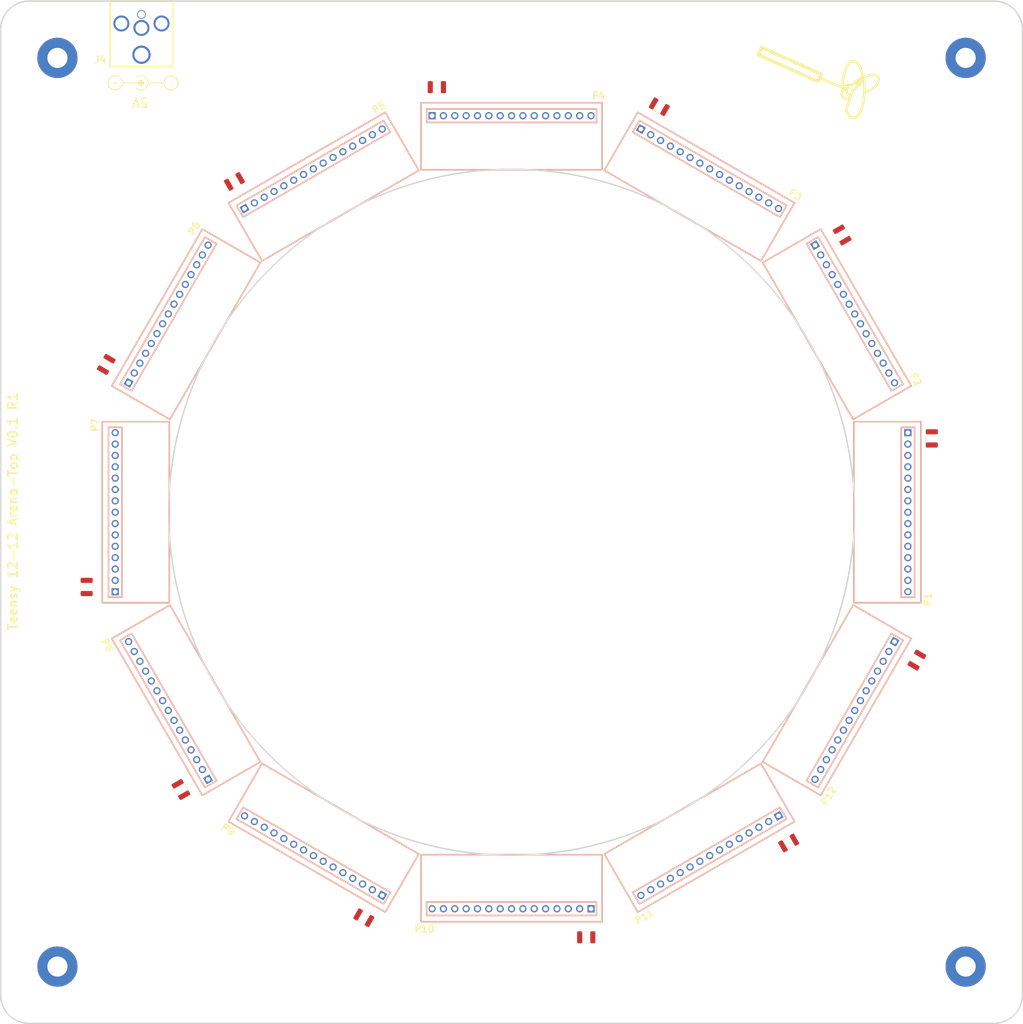
<source format=kicad_pcb>
(kicad_pcb (version 20240108) (generator "pcbnew") (generator_version "8.0")
  (layers (0 "F.Cu" signal) (1 "In1.Cu" power) (2 "In2.Cu" power) (3 "In3.Cu" power) (4 "In4.Cu" power) (31 "B.Cu" signal) (34 "B.Paste" user) (35 "F.Paste" user) (36 "B.SilkS" user "B.Silkscreen") (37 "F.SilkS" user "F.Silkscreen") (38 "B.Mask" user) (39 "F.Mask" user) (44 "Edge.Cuts" user))
  (net 0 "")
  (net 1 "+5V")
  (net 2 "/Panel Headers/HDR_CS_04_P1")
  (net 6 "/Panel Headers/HDR_SCK_0_P1")
  (net 7 "/Panel Headers/HDR_CS_03_P1")
  (net 8 "/Panel Headers/HDR_EXT_INT_P1")
  (net 9 "/Panel Headers/HDR_CS_00_P1")
  (net 10 "/Panel Headers/HDR_RESET")
  (net 11 "/Panel Headers/HDR_CS_02_P1")
  (net 12 "/Panel Headers/HDR_CS_01_P1")
  (net 13 "/Panel Headers/HDR_MOSI_0_P1")
  (net 14 "/Panel Headers/HDR_EXT_INT_P2")
  (net 15 "GND")
  (net 19 "/Panel Headers/HDR_CS_09_P2")
  (net 20 "/Panel Headers/HDR_SCK_0_P2")
  (net 21 "/Panel Headers/HDR_CS_08_P2")
  (net 22 "/Panel Headers/HDR_CS_05_P2")
  (net 35 "/Panel Headers/HDR_MOSI_0_P2")
  (net 36 "/Panel Headers/HDR_CS_07_P2")
  (net 37 "/Panel Headers/HDR_CS_06_P2")
  (net 38 "/Panel Headers/HDR_SCK_0_P3")
  (net 39 "/Panel Headers/HDR_CS_11_P3")
  (net 40 "/Panel Headers/HDR_CS_10_P3")
  (net 41 "/Panel Headers/HDR_MOSI_0_P3")
  (net 42 "/Panel Headers/HDR_EXT_INT_P3")
  (net 43 "/Panel Headers/HDR_CS_13_P3")
  (net 44 "/Panel Headers/HDR_CS_14_P3")
  (net 45 "/Panel Headers/HDR_CS_12_P3")
  (net 46 "/Panel Headers/HDR_CS_19_P4")
  (net 47 "/Panel Headers/HDR_CS_15_P4")
  (net 48 "/Panel Headers/HDR_SCK_0_P4")
  (net 49 "/Panel Headers/HDR_CS_17_P4")
  (net 50 "/Panel Headers/HDR_CS_18_P4")
  (net 51 "/Panel Headers/HDR_MOSI_0_P4")
  (net 52 "/Panel Headers/HDR_EXT_INT_P4")
  (net 53 "/Panel Headers/HDR_CS_16_P4")
  (net 54 "/Panel Headers/HDR_MOSI_0_P5")
  (net 55 "/Panel Headers/HDR_CS_21_P5")
  (net 74 "/Panel Headers/HDR_EXT_INT_P5")
  (net 75 "/Panel Headers/HDR_CS_24_P5")
  (net 76 "/Panel Headers/HDR_SCK_0_P5")
  (net 77 "/Panel Headers/HDR_CS_22_P5")
  (net 78 "/Panel Headers/HDR_CS_23_P5")
  (net 79 "/Panel Headers/HDR_CS_20_P5")
  (net 80 "/Panel Headers/HDR_MOSI_0_P6")
  (net 81 "/Panel Headers/HDR_CS_28_P6")
  (net 82 "/Panel Headers/HDR_SCK_0_P6")
  (net 83 "/Panel Headers/HDR_CS_27_P6")
  (net 84 "/Panel Headers/HDR_CS_25_P6")
  (net 85 "/Panel Headers/HDR_CS_26_P6")
  (net 86 "/Panel Headers/HDR_EXT_INT_P6")
  (net 87 "/Panel Headers/HDR_CS_29_P6")
  (net 88 "/Panel Headers/HDR_EXT_INT_P7")
  (net 89 "/Panel Headers/HDR_CS_00_P7")
  (net 90 "/Panel Headers/HDR_SCK_1_P7")
  (net 91 "/Panel Headers/HDR_CS_01_P7")
  (net 92 "/Panel Headers/HDR_CS_04_P7")
  (net 93 "/Panel Headers/HDR_CS_03_P7")
  (net 94 "/Panel Headers/HDR_CS_02_P7")
  (net 95 "/Panel Headers/HDR_MOSI_1_P7")
  (net 96 "/Panel Headers/HDR_EXT_INT_P8")
  (net 97 "/Panel Headers/HDR_CS_06_P8")
  (net 98 "/Panel Headers/HDR_SCK_1_P8")
  (net 99 "/Panel Headers/HDR_CS_08_P8")
  (net 100 "/Panel Headers/HDR_CS_05_P8")
  (net 101 "/Panel Headers/HDR_CS_07_P8")
  (net 102 "/Panel Headers/HDR_MOSI_1_P8")
  (net 103 "/Panel Headers/HDR_CS_09_P8")
  (net 104 "/Panel Headers/HDR_EXT_INT_P9")
  (net 105 "/Panel Headers/HDR_SCK_1_P9")
  (net 106 "/Panel Headers/HDR_CS_12_P9")
  (net 107 "/Panel Headers/HDR_MOSI_1_P9")
  (net 108 "/Panel Headers/HDR_CS_10_P9")
  (net 109 "/Panel Headers/HDR_CS_13_P9")
  (net 110 "/Panel Headers/HDR_CS_14_P9")
  (net 111 "/Panel Headers/HDR_CS_11_P9")
  (net 112 "/Panel Headers/HDR_CS_19_P10")
  (net 113 "/Panel Headers/HDR_CS_17_P10")
  (net 114 "/Panel Headers/HDR_CS_15_P10")
  (net 115 "/Panel Headers/HDR_EXT_INT_P10")
  (net 116 "/Panel Headers/HDR_MOSI_1_P10")
  (net 117 "/Panel Headers/HDR_CS_16_P10")
  (net 118 "/Panel Headers/HDR_SCK_1_P10")
  (net 119 "/Panel Headers/HDR_CS_18_P10")
  (net 120 "/Panel Headers/HDR_CS_23_P11")
  (net 121 "/Panel Headers/HDR_CS_20_P11")
  (net 122 "/Panel Headers/HDR_SCK_1_P11")
  (net 123 "/Panel Headers/HDR_CS_22_P11")
  (net 124 "/Panel Headers/HDR_CS_24_P11")
  (net 125 "/Panel Headers/HDR_CS_21_P11")
  (net 126 "/Panel Headers/HDR_MOSI_1_P11")
  (net 127 "/Panel Headers/HDR_EXT_INT_P11")
  (net 128 "/Panel Headers/HDR_MOSI_1_P12")
  (net 129 "/Panel Headers/HDR_CS_27_P12")
  (net 130 "/Panel Headers/HDR_SCK_1_P12")
  (net 131 "/Panel Headers/HDR_CS_29_P12")
  (net 132 "/Panel Headers/HDR_CS_26_P12")
  (net 133 "/Panel Headers/HDR_CS_28_P12")
  (net 134 "/Panel Headers/HDR_EXT_INT_P12")
  (net 135 "/Panel Headers/HDR_CS_25_P12")
  (net 136 "/Panel Headers/HDR_MISO_0_P1")
  (net 137 "/Panel Headers/HDR_MISO_0_P2")
  (net 138 "/Panel Headers/HDR_MISO_0_P3")
  (net 139 "/Panel Headers/HDR_MISO_0_P4")
  (net 140 "/Panel Headers/HDR_MISO_0_P5")
  (net 141 "/Panel Headers/HDR_MISO_0_P6")
  (net 142 "/Panel Headers/HDR_MISO_1_P7")
  (net 143 "/Panel Headers/HDR_MISO_1_P8")
  (net 144 "/Panel Headers/HDR_MISO_1_P9")
  (net 145 "/Panel Headers/HDR_MISO_1_P10")
  (net 146 "/Panel Headers/HDR_MISO_1_P11")
  (net 147 "/Panel Headers/HDR_MISO_1_P12")
  (footprint "Capacitor_SMD:C_1210_3225Metric" (layer "F.Cu") (at 210.858729 87.1206 -30)
    (property "Reference" "C97" (hide yes))
    (property "Value" "100uF" (hide yes))
    (pad "1" smd roundrect (at -1.475 0 330) (size 1.15 2.7) (layers "F.Cu" "F.Paste" "F.Mask") (roundrect_rratio 0.217391) (net 1 "+5V"))
    (pad "2" smd roundrect (at 1.475 0 330) (size 1.15 2.7) (layers "F.Cu" "F.Paste" "F.Mask") (roundrect_rratio 0.217391) (net 15 "GND"))
  )
  (footprint "MountingHole:MountingHole_4.5mm_Pad" (layer "F.Cu") (at 76.2 76.2)
    (property "Reference" "H1" (hide yes))
    (property "Value" "MountingHole_Pad" (hide yes))
    (pad "1" thru_hole circle (at 0 0) (size 9 9) (drill 4.5) (layers "*.Cu" "*.Mask") (net 15 "GND"))
  )
  (footprint "arena_custom:DCJACK_2PIN_HIGHCURRENT" (layer "F.Cu") (at 95 63.5028)
    (property "Reference" "J4" (at -9.1988 13.1036 180) (layer "F.SilkS") (effects (font (size 1.524 1.524) (thickness 0.3048))))
    (property "Value" "Barrel_Jack" (hide yes))
    (pad "" thru_hole circle (at -4.4958 5.0038) (size 3.556 3.556) (drill 2.6924) (layers "*.Cu" "*.Mask"))
    (pad "" thru_hole circle (at 0 2.9972) (size 1.9304 1.9304) (drill 1.6002) (layers "*.Cu" "*.Mask"))
    (pad "" thru_hole circle (at 4.4958 5.0038) (size 3.556 3.556) (drill 2.6924) (layers "*.Cu" "*.Mask"))
    (pad "1" thru_hole circle (at 0 11.9888) (size 4.064 4.064) (drill 3.1496) (layers "*.Cu" "*.Mask") (net 1 "+5V"))
    (pad "2" thru_hole circle (at 0 5.9944) (size 3.556 3.556) (drill 2.6924) (layers "*.Cu" "*.Mask") (net 15 "GND"))
  )
  (footprint "arena_custom:HEADER_TOP" (layer "F.Cu") (at 177.799999 266.474028 180)
    (property "Reference" "P10" (at 19.5 -4.5 0) (layer "F.SilkS") (effects (font (size 1.524 1.524) (thickness 0.3048))))
    (property "Value" "CONN15" (hide yes))
    (pad "1" thru_hole rect (at -17.78 0 180) (size 1.6 1.6) (drill 1.016) (layers "*.Cu" "*.Mask") (net 1 "+5V"))
    (pad "2" thru_hole circle (at -15.24 0 180) (size 1.6 1.6) (drill 1.016) (layers "*.Cu" "*.Mask") (net 15 "GND"))
    (pad "3" thru_hole circle (at -12.7 0 180) (size 1.6 1.6) (drill 1.016) (layers "*.Cu" "*.Mask") (net 10 "/Panel Headers/HDR_RESET"))
    (pad "4" thru_hole circle (at -10.16 0 180) (size 1.6 1.6) (drill 1.016) (layers "*.Cu" "*.Mask") (net 118 "/Panel Headers/HDR_SCK_1_P10"))
    (pad "5" thru_hole circle (at -7.62 0 180) (size 1.6 1.6) (drill 1.016) (layers "*.Cu" "*.Mask") (net 116 "/Panel Headers/HDR_MOSI_1_P10"))
    (pad "6" thru_hole circle (at -5.08 0 180) (size 1.6 1.6) (drill 1.016) (layers "*.Cu" "*.Mask") (net 145 "/Panel Headers/HDR_MISO_1_P10"))
    (pad "7" thru_hole circle (at -2.54 0 180) (size 1.6 1.6) (drill 1.016) (layers "*.Cu" "*.Mask") (net 114 "/Panel Headers/HDR_CS_15_P10"))
    (pad "8" thru_hole circle (at 0 0 180) (size 1.6 1.6) (drill 1.016) (layers "*.Cu" "*.Mask") (net 117 "/Panel Headers/HDR_CS_16_P10"))
    (pad "9" thru_hole circle (at 2.54 0 180) (size 1.6 1.6) (drill 1.016) (layers "*.Cu" "*.Mask") (net 113 "/Panel Headers/HDR_CS_17_P10"))
    (pad "10" thru_hole circle (at 5.08 0 180) (size 1.6 1.6) (drill 1.016) (layers "*.Cu" "*.Mask") (net 119 "/Panel Headers/HDR_CS_18_P10"))
    (pad "11" thru_hole circle (at 7.62 0 180) (size 1.6 1.6) (drill 1.016) (layers "*.Cu" "*.Mask") (net 112 "/Panel Headers/HDR_CS_19_P10"))
    (pad "12" thru_hole circle (at 10.16 0 180) (size 1.6 1.6) (drill 1.016) (layers "*.Cu" "*.Mask"))
    (pad "13" thru_hole circle (at 12.7 0 180) (size 1.6 1.6) (drill 1.016) (layers "*.Cu" "*.Mask"))
    (pad "14" thru_hole circle (at 15.24 0 180) (size 1.6 1.6) (drill 1.016) (layers "*.Cu" "*.Mask"))
    (pad "15" thru_hole circle (at 17.78 0 180) (size 1.6 1.6) (drill 1.016) (layers "*.Cu" "*.Mask") (net 115 "/Panel Headers/HDR_EXT_INT_P10"))
  )
  (footprint "arena_custom:HEADER_TOP" (layer "F.Cu") (at 254.593961 222.137014 -120)
    (property "Reference" "P12" (at 19.5 -4.5 60) (layer "F.SilkS") (effects (font (size 1.524 1.524) (thickness 0.3048))))
    (property "Value" "CONN15" (hide yes))
    (pad "1" thru_hole rect (at -17.78 0 240) (size 1.6 1.6) (drill 1.016) (layers "*.Cu" "*.Mask") (net 1 "+5V"))
    (pad "2" thru_hole circle (at -15.24 0 240) (size 1.6 1.6) (drill 1.016) (layers "*.Cu" "*.Mask") (net 15 "GND"))
    (pad "3" thru_hole circle (at -12.7 0 240) (size 1.6 1.6) (drill 1.016) (layers "*.Cu" "*.Mask") (net 10 "/Panel Headers/HDR_RESET"))
    (pad "4" thru_hole circle (at -10.16 0 240) (size 1.6 1.6) (drill 1.016) (layers "*.Cu" "*.Mask") (net 130 "/Panel Headers/HDR_SCK_1_P12"))
    (pad "5" thru_hole circle (at -7.62 0 240) (size 1.6 1.6) (drill 1.016) (layers "*.Cu" "*.Mask") (net 128 "/Panel Headers/HDR_MOSI_1_P12"))
    (pad "6" thru_hole circle (at -5.08 0 240) (size 1.6 1.6) (drill 1.016) (layers "*.Cu" "*.Mask") (net 147 "/Panel Headers/HDR_MISO_1_P12"))
    (pad "7" thru_hole circle (at -2.54 0 240) (size 1.6 1.6) (drill 1.016) (layers "*.Cu" "*.Mask") (net 135 "/Panel Headers/HDR_CS_25_P12"))
    (pad "8" thru_hole circle (at 0 0 240) (size 1.6 1.6) (drill 1.016) (layers "*.Cu" "*.Mask") (net 132 "/Panel Headers/HDR_CS_26_P12"))
    (pad "9" thru_hole circle (at 2.54 0 240) (size 1.6 1.6) (drill 1.016) (layers "*.Cu" "*.Mask") (net 129 "/Panel Headers/HDR_CS_27_P12"))
    (pad "10" thru_hole circle (at 5.08 0 240) (size 1.6 1.6) (drill 1.016) (layers "*.Cu" "*.Mask") (net 133 "/Panel Headers/HDR_CS_28_P12"))
    (pad "11" thru_hole circle (at 7.62 0 240) (size 1.6 1.6) (drill 1.016) (layers "*.Cu" "*.Mask") (net 131 "/Panel Headers/HDR_CS_29_P12"))
    (pad "12" thru_hole circle (at 10.16 0 240) (size 1.6 1.6) (drill 1.016) (layers "*.Cu" "*.Mask"))
    (pad "13" thru_hole circle (at 12.7 0 240) (size 1.6 1.6) (drill 1.016) (layers "*.Cu" "*.Mask"))
    (pad "14" thru_hole circle (at 15.24 0 240) (size 1.6 1.6) (drill 1.016) (layers "*.Cu" "*.Mask"))
    (pad "15" thru_hole circle (at 17.78 0 240) (size 1.6 1.6) (drill 1.016) (layers "*.Cu" "*.Mask") (net 134 "/Panel Headers/HDR_EXT_INT_P12"))
  )
  (footprint "arena_custom:HEADER_TOP" (layer "F.Cu") (at 89.125971 177.8 90)
    (property "Reference" "P7" (at 19.5 -4.5 -90) (layer "F.SilkS") (effects (font (size 1.524 1.524) (thickness 0.3048))))
    (property "Value" "CONN15" (hide yes))
    (pad "1" thru_hole rect (at -17.78 0 90) (size 1.6 1.6) (drill 1.016) (layers "*.Cu" "*.Mask") (net 1 "+5V"))
    (pad "2" thru_hole circle (at -15.24 0 90) (size 1.6 1.6) (drill 1.016) (layers "*.Cu" "*.Mask") (net 15 "GND"))
    (pad "3" thru_hole circle (at -12.7 0 90) (size 1.6 1.6) (drill 1.016) (layers "*.Cu" "*.Mask") (net 10 "/Panel Headers/HDR_RESET"))
    (pad "4" thru_hole circle (at -10.16 0 90) (size 1.6 1.6) (drill 1.016) (layers "*.Cu" "*.Mask") (net 90 "/Panel Headers/HDR_SCK_1_P7"))
    (pad "5" thru_hole circle (at -7.62 0 90) (size 1.6 1.6) (drill 1.016) (layers "*.Cu" "*.Mask") (net 95 "/Panel Headers/HDR_MOSI_1_P7"))
    (pad "6" thru_hole circle (at -5.08 0 90) (size 1.6 1.6) (drill 1.016) (layers "*.Cu" "*.Mask") (net 142 "/Panel Headers/HDR_MISO_1_P7"))
    (pad "7" thru_hole circle (at -2.54 0 90) (size 1.6 1.6) (drill 1.016) (layers "*.Cu" "*.Mask") (net 89 "/Panel Headers/HDR_CS_00_P7"))
    (pad "8" thru_hole circle (at 0 0 90) (size 1.6 1.6) (drill 1.016) (layers "*.Cu" "*.Mask") (net 91 "/Panel Headers/HDR_CS_01_P7"))
    (pad "9" thru_hole circle (at 2.54 0 90) (size 1.6 1.6) (drill 1.016) (layers "*.Cu" "*.Mask") (net 94 "/Panel Headers/HDR_CS_02_P7"))
    (pad "10" thru_hole circle (at 5.08 0 90) (size 1.6 1.6) (drill 1.016) (layers "*.Cu" "*.Mask") (net 93 "/Panel Headers/HDR_CS_03_P7"))
    (pad "11" thru_hole circle (at 7.62 0 90) (size 1.6 1.6) (drill 1.016) (layers "*.Cu" "*.Mask") (net 92 "/Panel Headers/HDR_CS_04_P7"))
    (pad "12" thru_hole circle (at 10.16 0 90) (size 1.6 1.6) (drill 1.016) (layers "*.Cu" "*.Mask"))
    (pad "13" thru_hole circle (at 12.7 0 90) (size 1.6 1.6) (drill 1.016) (layers "*.Cu" "*.Mask"))
    (pad "14" thru_hole circle (at 15.24 0 90) (size 1.6 1.6) (drill 1.016) (layers "*.Cu" "*.Mask"))
    (pad "15" thru_hole circle (at 17.78 0 90) (size 1.6 1.6) (drill 1.016) (layers "*.Cu" "*.Mask") (net 88 "/Panel Headers/HDR_EXT_INT_P7"))
  )
  (footprint "Capacitor_SMD:C_1210_3225Metric" (layer "F.Cu") (at 161.09 82.739971)
    (property "Reference" "C98" (hide yes))
    (property "Value" "100uF" (hide yes))
    (pad "1" smd roundrect (at -1.475 0) (size 1.15 2.7) (layers "F.Cu" "F.Paste" "F.Mask") (roundrect_rratio 0.217391) (net 1 "+5V"))
    (pad "2" smd roundrect (at 1.475 0) (size 1.15 2.7) (layers "F.Cu" "F.Paste" "F.Mask") (roundrect_rratio 0.217391) (net 15 "GND"))
  )
  (footprint "Capacitor_SMD:C_1210_3225Metric" (layer "F.Cu") (at 268.479399 210.858729 -120)
    (property "Reference" "C106" (hide yes))
    (property "Value" "100uF" (hide yes))
    (pad "1" smd roundrect (at -1.475 0 240) (size 1.15 2.7) (layers "F.Cu" "F.Paste" "F.Mask") (roundrect_rratio 0.217391) (net 1 "+5V"))
    (pad "2" smd roundrect (at 1.475 0 240) (size 1.15 2.7) (layers "F.Cu" "F.Paste" "F.Mask") (roundrect_rratio 0.217391) (net 15 "GND"))
  )
  (footprint "Capacitor_SMD:C_1210_3225Metric" (layer "F.Cu") (at 103.8306 239.801298 120)
    (property "Reference" "C102" (hide yes))
    (property "Value" "100uF" (hide yes))
    (pad "1" smd roundrect (at -1.475 0 120) (size 1.15 2.7) (layers "F.Cu" "F.Paste" "F.Mask") (roundrect_rratio 0.217391) (net 1 "+5V"))
    (pad "2" smd roundrect (at 1.475 0 120) (size 1.15 2.7) (layers "F.Cu" "F.Paste" "F.Mask") (roundrect_rratio 0.217391) (net 15 "GND"))
  )
  (footprint "arena_custom:HEADER_TOP" (layer "F.Cu") (at 133.462985 254.593961 150)
    (property "Reference" "P9" (at 19.5 -4.5 -30) (layer "F.SilkS") (effects (font (size 1.524 1.524) (thickness 0.3048))))
    (property "Value" "CONN15" (hide yes))
    (pad "1" thru_hole rect (at -17.78 0 150) (size 1.6 1.6) (drill 1.016) (layers "*.Cu" "*.Mask") (net 1 "+5V"))
    (pad "2" thru_hole circle (at -15.24 0 150) (size 1.6 1.6) (drill 1.016) (layers "*.Cu" "*.Mask") (net 15 "GND"))
    (pad "3" thru_hole circle (at -12.7 0 150) (size 1.6 1.6) (drill 1.016) (layers "*.Cu" "*.Mask") (net 10 "/Panel Headers/HDR_RESET"))
    (pad "4" thru_hole circle (at -10.16 0 150) (size 1.6 1.6) (drill 1.016) (layers "*.Cu" "*.Mask") (net 105 "/Panel Headers/HDR_SCK_1_P9"))
    (pad "5" thru_hole circle (at -7.62 0 150) (size 1.6 1.6) (drill 1.016) (layers "*.Cu" "*.Mask") (net 107 "/Panel Headers/HDR_MOSI_1_P9"))
    (pad "6" thru_hole circle (at -5.08 0 150) (size 1.6 1.6) (drill 1.016) (layers "*.Cu" "*.Mask") (net 144 "/Panel Headers/HDR_MISO_1_P9"))
    (pad "7" thru_hole circle (at -2.54 0 150) (size 1.6 1.6) (drill 1.016) (layers "*.Cu" "*.Mask") (net 108 "/Panel Headers/HDR_CS_10_P9"))
    (pad "8" thru_hole circle (at 0 0 150) (size 1.6 1.6) (drill 1.016) (layers "*.Cu" "*.Mask") (net 111 "/Panel Headers/HDR_CS_11_P9"))
    (pad "9" thru_hole circle (at 2.54 0 150) (size 1.6 1.6) (drill 1.016) (layers "*.Cu" "*.Mask") (net 106 "/Panel Headers/HDR_CS_12_P9"))
    (pad "10" thru_hole circle (at 5.08 0 150) (size 1.6 1.6) (drill 1.016) (layers "*.Cu" "*.Mask") (net 109 "/Panel Headers/HDR_CS_13_P9"))
    (pad "11" thru_hole circle (at 7.62 0 150) (size 1.6 1.6) (drill 1.016) (layers "*.Cu" "*.Mask") (net 110 "/Panel Headers/HDR_CS_14_P9"))
    (pad "12" thru_hole circle (at 10.16 0 150) (size 1.6 1.6) (drill 1.016) (layers "*.Cu" "*.Mask"))
    (pad "13" thru_hole circle (at 12.7 0 150) (size 1.6 1.6) (drill 1.016) (layers "*.Cu" "*.Mask"))
    (pad "14" thru_hole circle (at 15.24 0 150) (size 1.6 1.6) (drill 1.016) (layers "*.Cu" "*.Mask"))
    (pad "15" thru_hole circle (at 17.78 0 150) (size 1.6 1.6) (drill 1.016) (layers "*.Cu" "*.Mask") (net 104 "/Panel Headers/HDR_EXT_INT_P9"))
  )
  (footprint "arena_custom:HEADER_TOP" (layer "F.Cu") (at 222.137014 254.593961 -150)
    (property "Reference" "P11" (at 19.5 -4.5 30) (layer "F.SilkS") (effects (font (size 1.524 1.524) (thickness 0.3048))))
    (property "Value" "CONN15" (hide yes))
    (pad "1" thru_hole rect (at -17.78 0 210) (size 1.6 1.6) (drill 1.016) (layers "*.Cu" "*.Mask") (net 1 "+5V"))
    (pad "2" thru_hole circle (at -15.24 0 210) (size 1.6 1.6) (drill 1.016) (layers "*.Cu" "*.Mask") (net 15 "GND"))
    (pad "3" thru_hole circle (at -12.7 0 210) (size 1.6 1.6) (drill 1.016) (layers "*.Cu" "*.Mask") (net 10 "/Panel Headers/HDR_RESET"))
    (pad "4" thru_hole circle (at -10.16 0 210) (size 1.6 1.6) (drill 1.016) (layers "*.Cu" "*.Mask") (net 122 "/Panel Headers/HDR_SCK_1_P11"))
    (pad "5" thru_hole circle (at -7.62 0 210) (size 1.6 1.6) (drill 1.016) (layers "*.Cu" "*.Mask") (net 126 "/Panel Headers/HDR_MOSI_1_P11"))
    (pad "6" thru_hole circle (at -5.08 0 210) (size 1.6 1.6) (drill 1.016) (layers "*.Cu" "*.Mask") (net 146 "/Panel Headers/HDR_MISO_1_P11"))
    (pad "7" thru_hole circle (at -2.54 0 210) (size 1.6 1.6) (drill 1.016) (layers "*.Cu" "*.Mask") (net 121 "/Panel Headers/HDR_CS_20_P11"))
    (pad "8" thru_hole circle (at 0 0 210) (size 1.6 1.6) (drill 1.016) (layers "*.Cu" "*.Mask") (net 125 "/Panel Headers/HDR_CS_21_P11"))
    (pad "9" thru_hole circle (at 2.54 0 210) (size 1.6 1.6) (drill 1.016) (layers "*.Cu" "*.Mask") (net 123 "/Panel Headers/HDR_CS_22_P11"))
    (pad "10" thru_hole circle (at 5.08 0 210) (size 1.6 1.6) (drill 1.016) (layers "*.Cu" "*.Mask") (net 120 "/Panel Headers/HDR_CS_23_P11"))
    (pad "11" thru_hole circle (at 7.62 0 210) (size 1.6 1.6) (drill 1.016) (layers "*.Cu" "*.Mask") (net 124 "/Panel Headers/HDR_CS_24_P11"))
    (pad "12" thru_hole circle (at 10.16 0 210) (size 1.6 1.6) (drill 1.016) (layers "*.Cu" "*.Mask"))
    (pad "13" thru_hole circle (at 12.7 0 210) (size 1.6 1.6) (drill 1.016) (layers "*.Cu" "*.Mask"))
    (pad "14" thru_hole circle (at 15.24 0 210) (size 1.6 1.6) (drill 1.016) (layers "*.Cu" "*.Mask"))
    (pad "15" thru_hole circle (at 17.78 0 210) (size 1.6 1.6) (drill 1.016) (layers "*.Cu" "*.Mask") (net 127 "/Panel Headers/HDR_EXT_INT_P11"))
  )
  (footprint "MountingHole:MountingHole_4.5mm_Pad" (layer "F.Cu") (at 279.4 279.4)
    (property "Reference" "H3" (hide yes))
    (property "Value" "MountingHole_Pad" (hide yes))
    (pad "1" thru_hole circle (at 0 0) (size 9 9) (drill 4.5) (layers "*.Cu" "*.Mask") (net 15 "GND"))
  )
  (footprint "MountingHole:MountingHole_4.5mm_Pad" (layer "F.Cu") (at 76.2 279.4)
    (property "Reference" "H4" (hide yes))
    (property "Value" "MountingHole_Pad" (hide yes))
    (pad "1" thru_hole circle (at 0 0) (size 9 9) (drill 4.5) (layers "*.Cu" "*.Mask") (net 15 "GND"))
  )
  (footprint "Capacitor_SMD:C_1210_3225Metric" (layer "F.Cu") (at 115.798701 103.8306 30)
    (property "Reference" "C99" (hide yes))
    (property "Value" "100uF" (hide yes))
    (pad "1" smd roundrect (at -1.475 0 30) (size 1.15 2.7) (layers "F.Cu" "F.Paste" "F.Mask") (roundrect_rratio 0.217391) (net 1 "+5V"))
    (pad "2" smd roundrect (at 1.475 0 30) (size 1.15 2.7) (layers "F.Cu" "F.Paste" "F.Mask") (roundrect_rratio 0.217391) (net 15 "GND"))
  )
  (footprint "arena_custom:HEADER_TOP" (layer "F.Cu") (at 133.462985 101.006038 30)
    (property "Reference" "P5" (at 19.5 -4.5 -150) (layer "F.SilkS") (effects (font (size 1.524 1.524) (thickness 0.3048))))
    (property "Value" "CONN15" (hide yes))
    (pad "1" thru_hole rect (at -17.78 0 30) (size 1.6 1.6) (drill 1.016) (layers "*.Cu" "*.Mask") (net 1 "+5V"))
    (pad "2" thru_hole circle (at -15.24 0 30) (size 1.6 1.6) (drill 1.016) (layers "*.Cu" "*.Mask") (net 15 "GND"))
    (pad "3" thru_hole circle (at -12.7 0 30) (size 1.6 1.6) (drill 1.016) (layers "*.Cu" "*.Mask") (net 10 "/Panel Headers/HDR_RESET"))
    (pad "4" thru_hole circle (at -10.16 0 30) (size 1.6 1.6) (drill 1.016) (layers "*.Cu" "*.Mask") (net 76 "/Panel Headers/HDR_SCK_0_P5"))
    (pad "5" thru_hole circle (at -7.62 0 30) (size 1.6 1.6) (drill 1.016) (layers "*.Cu" "*.Mask") (net 54 "/Panel Headers/HDR_MOSI_0_P5"))
    (pad "6" thru_hole circle (at -5.08 0 30) (size 1.6 1.6) (drill 1.016) (layers "*.Cu" "*.Mask") (net 140 "/Panel Headers/HDR_MISO_0_P5"))
    (pad "7" thru_hole circle (at -2.54 0 30) (size 1.6 1.6) (drill 1.016) (layers "*.Cu" "*.Mask") (net 79 "/Panel Headers/HDR_CS_20_P5"))
    (pad "8" thru_hole circle (at 0 0 30) (size 1.6 1.6) (drill 1.016) (layers "*.Cu" "*.Mask") (net 55 "/Panel Headers/HDR_CS_21_P5"))
    (pad "9" thru_hole circle (at 2.54 0 30) (size 1.6 1.6) (drill 1.016) (layers "*.Cu" "*.Mask") (net 77 "/Panel Headers/HDR_CS_22_P5"))
    (pad "10" thru_hole circle (at 5.08 0 30) (size 1.6 1.6) (drill 1.016) (layers "*.Cu" "*.Mask") (net 78 "/Panel Headers/HDR_CS_23_P5"))
    (pad "11" thru_hole circle (at 7.62 0 30) (size 1.6 1.6) (drill 1.016) (layers "*.Cu" "*.Mask") (net 75 "/Panel Headers/HDR_CS_24_P5"))
    (pad "12" thru_hole circle (at 10.16 0 30) (size 1.6 1.6) (drill 1.016) (layers "*.Cu" "*.Mask"))
    (pad "13" thru_hole circle (at 12.7 0 30) (size 1.6 1.6) (drill 1.016) (layers "*.Cu" "*.Mask"))
    (pad "14" thru_hole circle (at 15.24 0 30) (size 1.6 1.6) (drill 1.016) (layers "*.Cu" "*.Mask"))
    (pad "15" thru_hole circle (at 17.78 0 30) (size 1.6 1.6) (drill 1.016) (layers "*.Cu" "*.Mask") (net 74 "/Panel Headers/HDR_EXT_INT_P5"))
  )
  (footprint "Capacitor_SMD:C_1210_3225Metric" (layer "F.Cu") (at 239.801298 251.769399 -150)
    (property "Reference" "C105" (hide yes))
    (property "Value" "100uF" (hide yes))
    (pad "1" smd roundrect (at -1.475 0 210) (size 1.15 2.7) (layers "F.Cu" "F.Paste" "F.Mask") (roundrect_rratio 0.217391) (net 1 "+5V"))
    (pad "2" smd roundrect (at 1.475 0 210) (size 1.15 2.7) (layers "F.Cu" "F.Paste" "F.Mask") (roundrect_rratio 0.217391) (net 15 "GND"))
  )
  (footprint "arena_custom:HEADER_TOP" (layer "F.Cu") (at 177.8 89.125971)
    (property "Reference" "P4" (at 19.5 -4.5 180) (layer "F.SilkS") (effects (font (size 1.524 1.524) (thickness 0.3048))))
    (property "Value" "CONN15" (hide yes))
    (pad "1" thru_hole rect (at -17.78 0) (size 1.6 1.6) (drill 1.016) (layers "*.Cu" "*.Mask") (net 1 "+5V"))
    (pad "2" thru_hole circle (at -15.24 0) (size 1.6 1.6) (drill 1.016) (layers "*.Cu" "*.Mask") (net 15 "GND"))
    (pad "3" thru_hole circle (at -12.7 0) (size 1.6 1.6) (drill 1.016) (layers "*.Cu" "*.Mask") (net 10 "/Panel Headers/HDR_RESET"))
    (pad "4" thru_hole circle (at -10.16 0) (size 1.6 1.6) (drill 1.016) (layers "*.Cu" "*.Mask") (net 48 "/Panel Headers/HDR_SCK_0_P4"))
    (pad "5" thru_hole circle (at -7.62 0) (size 1.6 1.6) (drill 1.016) (layers "*.Cu" "*.Mask") (net 51 "/Panel Headers/HDR_MOSI_0_P4"))
    (pad "6" thru_hole circle (at -5.08 0) (size 1.6 1.6) (drill 1.016) (layers "*.Cu" "*.Mask") (net 139 "/Panel Headers/HDR_MISO_0_P4"))
    (pad "7" thru_hole circle (at -2.54 0) (size 1.6 1.6) (drill 1.016) (layers "*.Cu" "*.Mask") (net 47 "/Panel Headers/HDR_CS_15_P4"))
    (pad "8" thru_hole circle (at 0 0) (size 1.6 1.6) (drill 1.016) (layers "*.Cu" "*.Mask") (net 53 "/Panel Headers/HDR_CS_16_P4"))
    (pad "9" thru_hole circle (at 2.54 0) (size 1.6 1.6) (drill 1.016) (layers "*.Cu" "*.Mask") (net 49 "/Panel Headers/HDR_CS_17_P4"))
    (pad "10" thru_hole circle (at 5.08 0) (size 1.6 1.6) (drill 1.016) (layers "*.Cu" "*.Mask") (net 50 "/Panel Headers/HDR_CS_18_P4"))
    (pad "11" thru_hole circle (at 7.62 0) (size 1.6 1.6) (drill 1.016) (layers "*.Cu" "*.Mask") (net 46 "/Panel Headers/HDR_CS_19_P4"))
    (pad "12" thru_hole circle (at 10.16 0) (size 1.6 1.6) (drill 1.016) (layers "*.Cu" "*.Mask"))
    (pad "13" thru_hole circle (at 12.7 0) (size 1.6 1.6) (drill 1.016) (layers "*.Cu" "*.Mask"))
    (pad "14" thru_hole circle (at 15.24 0) (size 1.6 1.6) (drill 1.016) (layers "*.Cu" "*.Mask"))
    (pad "15" thru_hole circle (at 17.78 0) (size 1.6 1.6) (drill 1.016) (layers "*.Cu" "*.Mask") (net 52 "/Panel Headers/HDR_EXT_INT_P4"))
  )
  (footprint "Capacitor_SMD:C_1210_3225Metric" (layer "F.Cu") (at 271.8308 161.29 -90)
    (property "Reference" "C95" (hide yes))
    (property "Value" "100uF" (hide yes))
    (pad "1" smd roundrect (at -1.475 0 270) (size 1.15 2.7) (layers "F.Cu" "F.Paste" "F.Mask") (roundrect_rratio 0.217391) (net 1 "+5V"))
    (pad "2" smd roundrect (at 1.475 0 270) (size 1.15 2.7) (layers "F.Cu" "F.Paste" "F.Mask") (roundrect_rratio 0.217391) (net 15 "GND"))
  )
  (footprint "Capacitor_SMD:C_1210_3225Metric" (layer "F.Cu") (at 251.769399 115.798701 -60)
    (property "Reference" "C96" (hide yes))
    (property "Value" "100uF" (hide yes))
    (pad "1" smd roundrect (at -1.475 0 300) (size 1.15 2.7) (layers "F.Cu" "F.Paste" "F.Mask") (roundrect_rratio 0.217391) (net 1 "+5V"))
    (pad "2" smd roundrect (at 1.475 0 300) (size 1.15 2.7) (layers "F.Cu" "F.Paste" "F.Mask") (roundrect_rratio 0.217391) (net 15 "GND"))
  )
  (footprint "arena_custom:HEADER_TOP" (layer "F.Cu") (at 266.474028 177.8 -90)
    (property "Reference" "P1" (at 19.5 -4.5 90) (layer "F.SilkS") (effects (font (size 1.524 1.524) (thickness 0.3048))))
    (property "Value" "CONN15" (hide yes))
    (pad "1" thru_hole rect (at -17.78 0 270) (size 1.6 1.6) (drill 1.016) (layers "*.Cu" "*.Mask") (net 1 "+5V"))
    (pad "2" thru_hole circle (at -15.24 0 270) (size 1.6 1.6) (drill 1.016) (layers "*.Cu" "*.Mask") (net 15 "GND"))
    (pad "3" thru_hole circle (at -12.7 0 270) (size 1.6 1.6) (drill 1.016) (layers "*.Cu" "*.Mask") (net 10 "/Panel Headers/HDR_RESET"))
    (pad "4" thru_hole circle (at -10.16 0 270) (size 1.6 1.6) (drill 1.016) (layers "*.Cu" "*.Mask") (net 6 "/Panel Headers/HDR_SCK_0_P1"))
    (pad "5" thru_hole circle (at -7.62 0 270) (size 1.6 1.6) (drill 1.016) (layers "*.Cu" "*.Mask") (net 13 "/Panel Headers/HDR_MOSI_0_P1"))
    (pad "6" thru_hole circle (at -5.08 0 270) (size 1.6 1.6) (drill 1.016) (layers "*.Cu" "*.Mask") (net 136 "/Panel Headers/HDR_MISO_0_P1"))
    (pad "7" thru_hole circle (at -2.54 0 270) (size 1.6 1.6) (drill 1.016) (layers "*.Cu" "*.Mask") (net 9 "/Panel Headers/HDR_CS_00_P1"))
    (pad "8" thru_hole circle (at 0 0 270) (size 1.6 1.6) (drill 1.016) (layers "*.Cu" "*.Mask") (net 12 "/Panel Headers/HDR_CS_01_P1"))
    (pad "9" thru_hole circle (at 2.54 0 270) (size 1.6 1.6) (drill 1.016) (layers "*.Cu" "*.Mask") (net 11 "/Panel Headers/HDR_CS_02_P1"))
    (pad "10" thru_hole circle (at 5.08 0 270) (size 1.6 1.6) (drill 1.016) (layers "*.Cu" "*.Mask") (net 7 "/Panel Headers/HDR_CS_03_P1"))
    (pad "11" thru_hole circle (at 7.62 0 270) (size 1.6 1.6) (drill 1.016) (layers "*.Cu" "*.Mask") (net 2 "/Panel Headers/HDR_CS_04_P1"))
    (pad "12" thru_hole circle (at 10.16 0 270) (size 1.6 1.6) (drill 1.016) (layers "*.Cu" "*.Mask"))
    (pad "13" thru_hole circle (at 12.7 0 270) (size 1.6 1.6) (drill 1.016) (layers "*.Cu" "*.Mask"))
    (pad "14" thru_hole circle (at 15.24 0 270) (size 1.6 1.6) (drill 1.016) (layers "*.Cu" "*.Mask"))
    (pad "15" thru_hole circle (at 17.78 0 270) (size 1.6 1.6) (drill 1.016) (layers "*.Cu" "*.Mask") (net 8 "/Panel Headers/HDR_EXT_INT_P1"))
  )
  (footprint "arena_custom:HEADER_TOP" (layer "F.Cu") (at 101.006038 133.462985 60)
    (property "Reference" "P6" (at 19.5 -4.5 -120) (layer "F.SilkS") (effects (font (size 1.524 1.524) (thickness 0.3048))))
    (property "Value" "CONN15" (hide yes))
    (pad "1" thru_hole rect (at -17.78 0 60) (size 1.6 1.6) (drill 1.016) (layers "*.Cu" "*.Mask") (net 1 "+5V"))
    (pad "2" thru_hole circle (at -15.24 0 60) (size 1.6 1.6) (drill 1.016) (layers "*.Cu" "*.Mask") (net 15 "GND"))
    (pad "3" thru_hole circle (at -12.7 0 60) (size 1.6 1.6) (drill 1.016) (layers "*.Cu" "*.Mask") (net 10 "/Panel Headers/HDR_RESET"))
    (pad "4" thru_hole circle (at -10.16 0 60) (size 1.6 1.6) (drill 1.016) (layers "*.Cu" "*.Mask") (net 82 "/Panel Headers/HDR_SCK_0_P6"))
    (pad "5" thru_hole circle (at -7.62 0 60) (size 1.6 1.6) (drill 1.016) (layers "*.Cu" "*.Mask") (net 80 "/Panel Headers/HDR_MOSI_0_P6"))
    (pad "6" thru_hole circle (at -5.08 0 60) (size 1.6 1.6) (drill 1.016) (layers "*.Cu" "*.Mask") (net 141 "/Panel Headers/HDR_MISO_0_P6"))
    (pad "7" thru_hole circle (at -2.54 0 60) (size 1.6 1.6) (drill 1.016) (layers "*.Cu" "*.Mask") (net 84 "/Panel Headers/HDR_CS_25_P6"))
    (pad "8" thru_hole circle (at 0 0 60) (size 1.6 1.6) (drill 1.016) (layers "*.Cu" "*.Mask") (net 85 "/Panel Headers/HDR_CS_26_P6"))
    (pad "9" thru_hole circle (at 2.54 0 60) (size 1.6 1.6) (drill 1.016) (layers "*.Cu" "*.Mask") (net 83 "/Panel Headers/HDR_CS_27_P6"))
    (pad "10" thru_hole circle (at 5.08 0 60) (size 1.6 1.6) (drill 1.016) (layers "*.Cu" "*.Mask") (net 81 "/Panel Headers/HDR_CS_28_P6"))
    (pad "11" thru_hole circle (at 7.62 0 60) (size 1.6 1.6) (drill 1.016) (layers "*.Cu" "*.Mask") (net 87 "/Panel Headers/HDR_CS_29_P6"))
    (pad "12" thru_hole circle (at 10.16 0 60) (size 1.6 1.6) (drill 1.016) (layers "*.Cu" "*.Mask"))
    (pad "13" thru_hole circle (at 12.7 0 60) (size 1.6 1.6) (drill 1.016) (layers "*.Cu" "*.Mask"))
    (pad "14" thru_hole circle (at 15.24 0 60) (size 1.6 1.6) (drill 1.016) (layers "*.Cu" "*.Mask"))
    (pad "15" thru_hole circle (at 17.78 0 60) (size 1.6 1.6) (drill 1.016) (layers "*.Cu" "*.Mask") (net 86 "/Panel Headers/HDR_EXT_INT_P6"))
  )
  (footprint "arena_custom:HEADER_TOP" (layer "F.Cu") (at 101.006038 222.137014 120)
    (property "Reference" "P8" (at 19.5 -4.5 -60) (layer "F.SilkS") (effects (font (size 1.524 1.524) (thickness 0.3048))))
    (property "Value" "CONN15" (hide yes))
    (pad "1" thru_hole rect (at -17.78 0 120) (size 1.6 1.6) (drill 1.016) (layers "*.Cu" "*.Mask") (net 1 "+5V"))
    (pad "2" thru_hole circle (at -15.24 0 120) (size 1.6 1.6) (drill 1.016) (layers "*.Cu" "*.Mask") (net 15 "GND"))
    (pad "3" thru_hole circle (at -12.7 0 120) (size 1.6 1.6) (drill 1.016) (layers "*.Cu" "*.Mask") (net 10 "/Panel Headers/HDR_RESET"))
    (pad "4" thru_hole circle (at -10.16 0 120) (size 1.6 1.6) (drill 1.016) (layers "*.Cu" "*.Mask") (net 98 "/Panel Headers/HDR_SCK_1_P8"))
    (pad "5" thru_hole circle (at -7.62 0 120) (size 1.6 1.6) (drill 1.016) (layers "*.Cu" "*.Mask") (net 102 "/Panel Headers/HDR_MOSI_1_P8"))
    (pad "6" thru_hole circle (at -5.08 0 120) (size 1.6 1.6) (drill 1.016) (layers "*.Cu" "*.Mask") (net 143 "/Panel Headers/HDR_MISO_1_P8"))
    (pad "7" thru_hole circle (at -2.54 0 120) (size 1.6 1.6) (drill 1.016) (layers "*.Cu" "*.Mask") (net 100 "/Panel Headers/HDR_CS_05_P8"))
    (pad "8" thru_hole circle (at 0 0 120) (size 1.6 1.6) (drill 1.016) (layers "*.Cu" "*.Mask") (net 97 "/Panel Headers/HDR_CS_06_P8"))
    (pad "9" thru_hole circle (at 2.54 0 120) (size 1.6 1.6) (drill 1.016) (layers "*.Cu" "*.Mask") (net 101 "/Panel Headers/HDR_CS_07_P8"))
    (pad "10" thru_hole circle (at 5.08 0 120) (size 1.6 1.6) (drill 1.016) (layers "*.Cu" "*.Mask") (net 99 "/Panel Headers/HDR_CS_08_P8"))
    (pad "11" thru_hole circle (at 7.62 0 120) (size 1.6 1.6) (drill 1.016) (layers "*.Cu" "*.Mask") (net 103 "/Panel Headers/HDR_CS_09_P8"))
    (pad "12" thru_hole circle (at 10.16 0 120) (size 1.6 1.6) (drill 1.016) (layers "*.Cu" "*.Mask"))
    (pad "13" thru_hole circle (at 12.7 0 120) (size 1.6 1.6) (drill 1.016) (layers "*.Cu" "*.Mask"))
    (pad "14" thru_hole circle (at 15.24 0 120) (size 1.6 1.6) (drill 1.016) (layers "*.Cu" "*.Mask"))
    (pad "15" thru_hole circle (at 17.78 0 120) (size 1.6 1.6) (drill 1.016) (layers "*.Cu" "*.Mask") (net 96 "/Panel Headers/HDR_EXT_INT_P8"))
  )
  (footprint "MountingHole:MountingHole_4.5mm_Pad" (layer "F.Cu") (at 279.4 76.2)
    (property "Reference" "H2" (hide yes))
    (property "Value" "MountingHole_Pad" (hide yes))
    (pad "1" thru_hole circle (at 0 0) (size 9 9) (drill 4.5) (layers "*.Cu" "*.Mask") (net 15 "GND"))
  )
  (footprint "Capacitor_SMD:C_1210_3225Metric" (layer "F.Cu") (at 87.1206 144.74127 60)
    (property "Reference" "C100" (hide yes))
    (property "Value" "100uF" (hide yes))
    (pad "1" smd roundrect (at -1.475 0 60) (size 1.15 2.7) (layers "F.Cu" "F.Paste" "F.Mask") (roundrect_rratio 0.217391) (net 1 "+5V"))
    (pad "2" smd roundrect (at 1.475 0 60) (size 1.15 2.7) (layers "F.Cu" "F.Paste" "F.Mask") (roundrect_rratio 0.217391) (net 15 "GND"))
  )
  (footprint "arena_custom:HEADER_TOP" (layer "F.Cu") (at 254.593961 133.462985 -60)
    (property "Reference" "P2" (at 19.5 -4.5 120) (layer "F.SilkS") (effects (font (size 1.524 1.524) (thickness 0.3048))))
    (property "Value" "CONN15" (hide yes))
    (pad "1" thru_hole rect (at -17.78 0 300) (size 1.6 1.6) (drill 1.016) (layers "*.Cu" "*.Mask") (net 1 "+5V"))
    (pad "2" thru_hole circle (at -15.24 0 300) (size 1.6 1.6) (drill 1.016) (layers "*.Cu" "*.Mask") (net 15 "GND"))
    (pad "3" thru_hole circle (at -12.7 0 300) (size 1.6 1.6) (drill 1.016) (layers "*.Cu" "*.Mask") (net 10 "/Panel Headers/HDR_RESET"))
    (pad "4" thru_hole circle (at -10.16 0 300) (size 1.6 1.6) (drill 1.016) (layers "*.Cu" "*.Mask") (net 20 "/Panel Headers/HDR_SCK_0_P2"))
    (pad "5" thru_hole circle (at -7.62 0 300) (size 1.6 1.6) (drill 1.016) (layers "*.Cu" "*.Mask") (net 35 "/Panel Headers/HDR_MOSI_0_P2"))
    (pad "6" thru_hole circle (at -5.08 0 300) (size 1.6 1.6) (drill 1.016) (layers "*.Cu" "*.Mask") (net 137 "/Panel Headers/HDR_MISO_0_P2"))
    (pad "7" thru_hole circle (at -2.54 0 300) (size 1.6 1.6) (drill 1.016) (layers "*.Cu" "*.Mask") (net 22 "/Panel Headers/HDR_CS_05_P2"))
    (pad "8" thru_hole circle (at 0 0 300) (size 1.6 1.6) (drill 1.016) (layers "*.Cu" "*.Mask") (net 37 "/Panel Headers/HDR_CS_06_P2"))
    (pad "9" thru_hole circle (at 2.54 0 300) (size 1.6 1.6) (drill 1.016) (layers "*.Cu" "*.Mask") (net 36 "/Panel Headers/HDR_CS_07_P2"))
    (pad "10" thru_hole circle (at 5.08 0 300) (size 1.6 1.6) (drill 1.016) (layers "*.Cu" "*.Mask") (net 21 "/Panel Headers/HDR_CS_08_P2"))
    (pad "11" thru_hole circle (at 7.62 0 300) (size 1.6 1.6) (drill 1.016) (layers "*.Cu" "*.Mask") (net 19 "/Panel Headers/HDR_CS_09_P2"))
    (pad "12" thru_hole circle (at 10.16 0 300) (size 1.6 1.6) (drill 1.016) (layers "*.Cu" "*.Mask"))
    (pad "13" thru_hole circle (at 12.7 0 300) (size 1.6 1.6) (drill 1.016) (layers "*.Cu" "*.Mask"))
    (pad "14" thru_hole circle (at 15.24 0 300) (size 1.6 1.6) (drill 1.016) (layers "*.Cu" "*.Mask"))
    (pad "15" thru_hole circle (at 17.78 0 300) (size 1.6 1.6) (drill 1.016) (layers "*.Cu" "*.Mask") (net 14 "/Panel Headers/HDR_EXT_INT_P2"))
  )
  (footprint "Capacitor_SMD:C_1210_3225Metric" (layer "F.Cu") (at 194.51 272.860028 180)
    (property "Reference" "C104" (hide yes))
    (property "Value" "100uF" (hide yes))
    (pad "1" smd roundrect (at -1.475 0 180) (size 1.15 2.7) (layers "F.Cu" "F.Paste" "F.Mask") (roundrect_rratio 0.217391) (net 1 "+5V"))
    (pad "2" smd roundrect (at 1.475 0 180) (size 1.15 2.7) (layers "F.Cu" "F.Paste" "F.Mask") (roundrect_rratio 0.217391) (net 15 "GND"))
  )
  (footprint "Capacitor_SMD:C_1210_3225Metric" (layer "F.Cu") (at 144.74127 268.479399 150)
    (property "Reference" "C103" (hide yes))
    (property "Value" "100uF" (hide yes))
    (pad "1" smd roundrect (at -1.475 0 150) (size 1.15 2.7) (layers "F.Cu" "F.Paste" "F.Mask") (roundrect_rratio 0.217391) (net 1 "+5V"))
    (pad "2" smd roundrect (at 1.475 0 150) (size 1.15 2.7) (layers "F.Cu" "F.Paste" "F.Mask") (roundrect_rratio 0.217391) (net 15 "GND"))
  )
  (footprint "Capacitor_SMD:C_1210_3225Metric" (layer "F.Cu") (at 82.739971 194.51 90)
    (property "Reference" "C101" (hide yes))
    (property "Value" "100uF" (hide yes))
    (pad "1" smd roundrect (at -1.475 0 90) (size 1.15 2.7) (layers "F.Cu" "F.Paste" "F.Mask") (roundrect_rratio 0.217391) (net 1 "+5V"))
    (pad "2" smd roundrect (at 1.475 0 90) (size 1.15 2.7) (layers "F.Cu" "F.Paste" "F.Mask") (roundrect_rratio 0.217391) (net 15 "GND"))
  )
  (footprint "arena_custom:HEADER_TOP" (layer "F.Cu") (at 222.137014 101.006038 -30)
    (property "Reference" "P3" (at 19.5 -4.5 150) (layer "F.SilkS") (effects (font (size 1.524 1.524) (thickness 0.3048))))
    (property "Value" "CONN15" (hide yes))
    (pad "1" thru_hole rect (at -17.78 0 330) (size 1.6 1.6) (drill 1.016) (layers "*.Cu" "*.Mask") (net 1 "+5V"))
    (pad "2" thru_hole circle (at -15.24 0 330) (size 1.6 1.6) (drill 1.016) (layers "*.Cu" "*.Mask") (net 15 "GND"))
    (pad "3" thru_hole circle (at -12.7 0 330) (size 1.6 1.6) (drill 1.016) (layers "*.Cu" "*.Mask") (net 10 "/Panel Headers/HDR_RESET"))
    (pad "4" thru_hole circle (at -10.16 0 330) (size 1.6 1.6) (drill 1.016) (layers "*.Cu" "*.Mask") (net 38 "/Panel Headers/HDR_SCK_0_P3"))
    (pad "5" thru_hole circle (at -7.62 0 330) (size 1.6 1.6) (drill 1.016) (layers "*.Cu" "*.Mask") (net 41 "/Panel Headers/HDR_MOSI_0_P3"))
    (pad "6" thru_hole circle (at -5.08 0 330) (size 1.6 1.6) (drill 1.016) (layers "*.Cu" "*.Mask") (net 138 "/Panel Headers/HDR_MISO_0_P3"))
    (pad "7" thru_hole circle (at -2.54 0 330) (size 1.6 1.6) (drill 1.016) (layers "*.Cu" "*.Mask") (net 40 "/Panel Headers/HDR_CS_10_P3"))
    (pad "8" thru_hole circle (at 0 0 330) (size 1.6 1.6) (drill 1.016) (layers "*.Cu" "*.Mask") (net 39 "/Panel Headers/HDR_CS_11_P3"))
    (pad "9" thru_hole circle (at 2.54 0 330) (size 1.6 1.6) (drill 1.016) (layers "*.Cu" "*.Mask") (net 45 "/Panel Headers/HDR_CS_12_P3"))
    (pad "10" thru_hole circle (at 5.08 0 330) (size 1.6 1.6) (drill 1.016) (layers "*.Cu" "*.Mask") (net 43 "/Panel Headers/HDR_CS_13_P3"))
    (pad "11" thru_hole circle (at 7.62 0 330) (size 1.6 1.6) (drill 1.016) (layers "*.Cu" "*.Mask") (net 44 "/Panel Headers/HDR_CS_14_P3"))
    (pad "12" thru_hole circle (at 10.16 0 330) (size 1.6 1.6) (drill 1.016) (layers "*.Cu" "*.Mask"))
    (pad "13" thru_hole circle (at 12.7 0 330) (size 1.6 1.6) (drill 1.016) (layers "*.Cu" "*.Mask"))
    (pad "14" thru_hole circle (at 15.24 0 330) (size 1.6 1.6) (drill 1.016) (layers "*.Cu" "*.Mask"))
    (pad "15" thru_hole circle (at 17.78 0 330) (size 1.6 1.6) (drill 1.016) (layers "*.Cu" "*.Mask") (net 42 "/Panel Headers/HDR_EXT_INT_P3"))
  )
  (gr_line (start 256.199044 87.297682) (end 256.271976 87.058327) (stroke (width 0.514144)) (layer "F.SilkS"))
  (gr_line (start 253.328128 89.085184) (end 253.428895 89.190784) (stroke (width 0.514144)) (layer "F.SilkS"))
  (gr_line (start 253.398643 85.370906) (end 253.047927 85.47159) (stroke (width 0.514144)) (layer "F.SilkS"))
  (gr_line (start 95.842562 83.086632) (end 95.776476 83.132692) (stroke (width 0.15487)) (layer "F.SilkS"))
  (gr_line (start 87.581538 81.465651) (end 87.599381 81.388344) (stroke (width 0.179621)) (layer "F.SilkS"))
  (gr_line (start 87.866524 82.743765) (end 87.821974 82.681116) (stroke (width 0.179621)) (layer "F.SilkS"))
  (gr_line (start 256.682667 84.850824) (end 256.710096 84.544275) (stroke (width 0.514144)) (layer "F.SilkS"))
  (gr_line (start 252.01772 82.16411) (end 251.877536 82.16992) (stroke (width 0.514144)) (layer "F.SilkS"))
  (gr_line (start 252.053344 83.360095) (end 252.337198 83.279574) (stroke (width 0.514144)) (layer "F.SilkS"))
  (gr_line (start 252.648282 87.995452) (end 252.864904 88.424901) (stroke (width 0.514144)) (layer "F.SilkS"))
  (gr_line (start 255.368341 88.978587) (end 255.474286 88.838667) (stroke (width 0.514144)) (layer "F.SilkS"))
  (gr_line (start 103.135742 81.238271) (end 103.160864 81.312517) (stroke (width 0.179621)) (layer "F.SilkS"))
  (gr_line (start 100.806211 80.421118) (end 100.873127 80.382643) (stroke (width 0.179621)) (layer "F.SilkS"))
  (gr_line (start 253.852396 89.497068) (end 253.962792 89.543132) (stroke (width 0.514144)) (layer "F.SilkS"))
  (gr_line (start 253.107055 88.828682) (end 253.329101 89.139146) (stroke (width 0.514144)) (layer "F.SilkS"))
  (gr_line (start 90.726494 82.031034) (end 90.712442 82.109723) (stroke (width 0.179621)) (layer "F.SilkS"))
  (gr_line (start 95.708673 80.400338) (end 95.776476 80.442713) (stroke (width 0.15487)) (layer "F.SilkS"))
  (gr_line (start 253.599513 89.404428) (end 253.881595 89.536188) (stroke (width 0.514144)) (layer "F.SilkS"))
  (gr_line (start 102.817594 82.862096) (end 102.764685 82.917592) (stroke (width 0.179621)) (layer "F.SilkS"))
  (gr_line (start 103.001368 82.616268) (end 102.959805 82.681101) (stroke (width 0.179621)) (layer "F.SilkS"))
  (gr_line (start 95.121607 80.19399) (end 95.197995 80.206887) (stroke (width 0.15487)) (layer "F.SilkS"))
  (gr_line (start 255.525857 82.231349) (end 253.909263 83.976567) (stroke (width 0.514144)) (layer "F.SilkS"))
  (gr_line (start 100.401759 82.804129) (end 100.354322 82.743765) (stroke (width 0.179621)) (layer "F.SilkS"))
  (gr_line (start 252.552095 78.774228) (end 252.838191 78.144863) (stroke (width 0.514144)) (layer "F.SilkS"))
  (gr_line (start 251.969289 84.954351) (end 251.774238 84.647473) (stroke (width 0.514144)) (layer "F.SilkS"))
  (gr_line (start 253.435013 77.325878) (end 253.641567 77.156405) (stroke (width 0.514144)) (layer "F.SilkS"))
  (gr_line (start 90.742826 81.869915) (end 90.736656 81.951064) (stroke (width 0.179621)) (layer "F.SilkS"))
  (gr_line (start 259.176866 80.098993) (end 259.525148 80.289985) (stroke (width 0.514144)) (layer "F.SilkS"))
  (gr_line (start 102.528198 83.112714) (end 102.463365 83.154278) (stroke (width 0.179621)) (layer "F.SilkS"))
  (gr_line (start 88.903643 83.367207) (end 88.824955 83.353155) (stroke (width 0.179621)) (layer "F.SilkS"))
  (gr_line (start 252.166875 85.147003) (end 251.969289 84.954351) (stroke (width 0.514144)) (layer "F.SilkS"))
  (gr_line (start 252.693095 88.053999) (end 252.775458 88.230525) (stroke (width 0.514144)) (layer "F.SilkS"))
  (gr_line (start 90.329796 80.713291) (end 90.380019 80.77127) (stroke (width 0.179621)) (layer "F.SilkS"))
  (gr_line (start 251.774238 84.647473) (end 251.684112 84.419114) (stroke (width 0.514144)) (layer "F.SilkS"))
  (gr_line (start 88.385329 80.382643) (end 88.454228 80.347355) (stroke (width 0.179621)) (layer "F.SilkS"))
  (gr_line (start 90.744906 81.787686) (end 90.742826 81.869915) (stroke (width 0.179621)) (layer "F.SilkS"))
  (gr_line (start 87.567486 81.54434) (end 87.581538 81.465651) (stroke (width 0.179621)) (layer "F.SilkS"))
  (gr_line (start 255.06343 89.325641) (end 255.481002 88.89717) (stroke (width 0.514144)) (layer "F.SilkS"))
  (gr_line (start 88.318413 83.154286) (end 88.253581 83.112723) (stroke (width 0.179621)) (layer "F.SilkS"))
  (gr_line (start 101.471411 80.198036) (end 101.55256 80.191866) (stroke (width 0.179621)) (layer "F.SilkS"))
  (gr_line (start 100.194444 81.094927) (end 100.229732 81.026029) (stroke (width 0.179621)) (layer "F.SilkS"))
  (gr_line (start 96.086199 82.86627) (end 96.029086 82.926344) (stroke (width 0.15487)) (layer "F.SilkS"))
  (gr_line (start 255.036411 82.539878) (end 255.042022 82.457412) (stroke (width 0.514144)) (layer "F.SilkS"))
  (gr_line (start 89.839752 80.347355) (end 89.908651 80.382643) (stroke (width 0.179621)) (layer "F.SilkS"))
  (gr_line (start 255.276137 77.430101) (end 255.346218 77.514994) (stroke (width 0.514144)) (layer "F.SilkS"))
  (gr_line (start 88.824955 80.22225) (end 88.903643 80.208198) (stroke (width 0.179621)) (layer "F.SilkS"))
  (gr_line (start 253.521335 77.222379) (end 253.965722 76.96148) (stroke (width 0.514144)) (layer "F.SilkS"))
  (gr_line (start 100.560386 80.604889) (end 100.618366 80.554666) (stroke (width 0.179621)) (layer "F.SilkS"))
  (gr_line (start 256.875322 83.833962) (end 256.742183 83.87768) (stroke (width 0.514144)) (layer "F.SilkS"))
  (gr_line (start 254.654616 76.988025) (end 254.738231 77.019672) (stroke (width 0.514144)) (layer "F.SilkS"))
  (gr_line (start 87.674647 82.409683) (end 87.646036 82.337118) (stroke (width 0.179621)) (layer "F.SilkS"))
  (gr_line (start 95.423153 83.30772) (end 95.348911 83.331671) (stroke (width 0.15487)) (layer "F.SilkS"))
  (gr_line (start 100.055284 82.031041) (end 100.045122 81.95107) (stroke (width 0.179621)) (layer "F.SilkS"))
  (gr_line (start 90.647944 81.238271) (end 90.673066 81.312517) (stroke (width 0.179621)) (layer "F.SilkS"))
  (gr_line (start 101.717017 80.191866) (end 101.798166 80.198036) (stroke (width 0.179621)) (layer "F.SilkS"))
  (gr_line (start 102.915254 82.743751) (end 102.867817 82.804116) (stroke (width 0.179621)) (layer "F.SilkS"))
  (gr_line (start 254.131302 89.588144) (end 254.188191 89.596579) (stroke (width 0.514144)) (layer "F.SilkS"))
  (gr_line (start 96.49336 81.633352) (end 96.498887 81.710456) (stroke (width 0.15487)) (layer "F.SilkS"))
  (gr_line (start 90.51357 80.959113) (end 90.552046 81.026029) (stroke (width 0.179621)) (layer "F.SilkS"))
  (gr_line (start 96.498887 81.710456) (end 96.50073 81.787703) (stroke (width 0.15487)) (layer "F.SilkS"))
  (gr_line (start 259.542541 82.121242) (end 259.303428 82.48594) (stroke (width 0.514144)) (layer "F.SilkS"))
  (gr_line (start 255.432428 81.506674) (end 255.645993 81.235336) (stroke (width 0.514144)) (layer "F.SilkS"))
  (gr_line (start 94.242676 81.787686) (end 90.817917 81.787686) (stroke (width 0.168772)) (layer "F.SilkS"))
  (gr_line (start 102.463365 83.154278) (end 102.396449 83.192755) (stroke (width 0.179621)) (layer "F.SilkS"))
  (gr_line (start 253.135036 82.646298) (end 253.29269 82.463024) (stroke (width 0.514144)) (layer "F.SilkS"))
  (gr_line (start 251.858224 83.534084) (end 252.053344 83.360095) (stroke (width 0.514144)) (layer "F.SilkS"))
  (gr_line (start 103.107131 82.40967) (end 103.075132 82.480452) (stroke (width 0.179621)) (layer "F.SilkS"))
  (gr_line (start 89.064762 83.383539) (end 88.983613 83.377369) (stroke (width 0.179621)) (layer "F.SilkS"))
  (gr_line (start 90.736656 81.951064) (end 90.726494 82.031034) (stroke (width 0.179621)) (layer "F.SilkS"))
  (gr_line (start 90.587334 81.094927) (end 90.619333 81.165708) (stroke (width 0.179621)) (layer "F.SilkS"))
  (gr_line (start 102.256769 80.315356) (end 102.32755 80.347355) (stroke (width 0.179621)) (layer "F.SilkS"))
  (gr_line (start 255.220933 77.362302) (end 255.627103 77.91908) (stroke (width 0.514144)) (layer "F.SilkS"))
  (gr_line (start 259.525148 80.289985) (end 259.78989 80.507871) (stroke (width 0.514144)) (layer "F.SilkS"))
  (gr_line (start 246.348282 81.480219) (end 233.048664 75.525588) (stroke (width 0.514144)) (layer "F.SilkS"))
  (gr_line (start 94.736089 83.390627) (end 94.659272 83.381415) (stroke (width 0.15487)) (layer "F.SilkS"))
  (gr_line (start 95.044789 80.184778) (end 95.121607 80.19399) (stroke (width 0.15487)) (layer "F.SilkS"))
  (gr_line (start 246.463759 81.532354) (end 247.222944 79.751814) (stroke (width 0.514144)) (layer "F.SilkS"))
  (gr_line (start 254.303207 76.931315) (end 254.393603 76.93489) (stroke (width 0.514144)) (layer "F.SilkS"))
  (gr_line (start 256.040481 87.747626) (end 256.121828 87.527581) (stroke (width 0.514144)) (layer "F.SilkS"))
  (gr_line (start 100.133834 82.337118) (end 100.108712 82.262871) (stroke (width 0.179621)) (layer "F.SilkS"))
  (gr_line (start 253.881595 89.536188) (end 254.324682 89.610855) (stroke (width 0.514144)) (layer "F.SilkS"))
  (gr_line (start 96.351499 81.109652) (end 96.382819 81.181747) (stroke (width 0.15487)) (layer "F.SilkS"))
  (gr_line (start 96.498887 81.86495) (end 96.49336 81.942054) (stroke (width 0.15487)) (layer "F.SilkS"))
  (gr_line (start 257.844701 80.028055) (end 258.211627 79.972669) (stroke (width 0.514144)) (layer "F.SilkS"))
  (gr_line (start 96.189371 80.835581) (end 96.23543 80.901666) (stroke (width 0.15487)) (layer "F.SilkS"))
  (gr_line (start 96.484148 82.018871) (end 96.471252 82.09526) (stroke (width 0.15487)) (layer "F.SilkS"))
  (gr_line (start 90.742826 81.705458) (end 90.744906 81.787686) (stroke (width 0.179621)) (layer "F.SilkS"))
  (gr_line (start 258.842153 80.017626) (end 259.176866 80.098993) (stroke (width 0.514144)) (layer "F.SilkS"))
  (gr_line (start 253.29269 82.463024) (end 253.412685 82.343878) (stroke (width 0.514144)) (layer "F.SilkS"))
  (gr_line (start 256.455241 80.603086) (end 256.647542 80.491892) (stroke (width 0.514144)) (layer "F.SilkS"))
  (gr_line (start 259.950052 81.16405) (end 259.836255 81.519547) (stroke (width 0.514144)) (layer "F.SilkS"))
  (gr_line (start 255.147913 89.218914) (end 255.259498 89.105469) (stroke (width 0.514144)) (layer "F.SilkS"))
  (gr_line (start 96.454671 81.40433) (end 96.471252 81.480146) (stroke (width 0.15487)) (layer "F.SilkS"))
  (gr_line (start 88.017093 80.657797) (end 88.072588 80.604889) (stroke (width 0.179621)) (layer "F.SilkS"))
  (gr_line (start 253.965362 76.988768) (end 254.076566 76.957025) (stroke (width 0.514144)) (layer "F.SilkS"))
  (gr_line (start 259.78989 80.507871) (end 259.966569 80.689146) (stroke (width 0.514144)) (layer "F.SilkS"))
  (gr_line (start 88.597573 83.288659) (end 88.52501 83.260048) (stroke (width 0.179621)) (layer "F.SilkS"))
  (gr_line (start 103.135742 82.337105) (end 103.107131 82.40967) (stroke (width 0.179621)) (layer "F.SilkS"))
  (gr_line (start 103.200239 82.109723) (end 103.182397 82.187031) (stroke (width 0.179621)) (layer "F.SilkS"))
  (gr_line (start 89.064762 80.191866) (end 89.14699 80.189787) (stroke (width 0.179621)) (layer "F.SilkS"))
  (gr_line (start 256.678724 81.644514) (end 256.650167 81.387806) (stroke (width 0.514144)) (layer "F.SilkS"))
  (gr_line (start 254.482303 76.945573) (end 254.569307 76.963305) (stroke (width 0.514144)) (layer "F.SilkS"))
  (gr_line (start 87.706646 81.094927) (end 87.741934 81.026029) (stroke (width 0.179621)) (layer "F.SilkS"))
  (gr_line (start 96.029086 80.649061) (end 96.086199 80.709136) (stroke (width 0.15487)) (layer "F.SilkS"))
  (gr_line (start 94.072206 83.175067) (end 94.004403 83.132692) (stroke (width 0.15487)) (layer "F.SilkS"))
  (gr_line (start 94.431968 83.331671) (end 94.357726 83.30772) (stroke (width 0.15487)) (layer "F.SilkS"))
  (gr_line (start 102.034132 83.335311) (end 101.956824 83.353154) (stroke (width 0.179621)) (layer "F.SilkS"))
  (gr_line (start 251.877536 82.16992) (end 251.922517 81.614249) (stroke (width 0.514144)) (layer "F.SilkS"))
  (gr_line (start 233.757241 73.863743) (end 247.056859 79.818372) (stroke (width 0.514144)) (layer "F.SilkS"))
  (gr_line (start 100.504891 80.657797) (end 100.560386 80.604889) (stroke (width 0.179621)) (layer "F.SilkS"))
  (gr_line (start 95.776476 80.442713) (end 95.842562 80.488773) (stroke (width 0.15487)) (layer "F.SilkS"))
  (gr_line (start 255.866011 88.156561) (end 255.955157 87.957419) (stroke (width 0.514144)) (layer "F.SilkS"))
  (gr_line (start 94.659272 80.19399) (end 94.736089 80.184778) (stroke (width 0.15487)) (layer "F.SilkS"))
  (gr_line (start 254.302959 89.603371) (end 254.429429 89.595126) (stroke (width 0.514144)) (layer "F.SilkS"))
  (gr_line (start 101.956824 80.22225) (end 102.034132 80.240092) (stroke (width 0.179621)) (layer "F.SilkS"))
  (gr_line (start 255.671304 78.034008) (end 255.731261 78.156298) (stroke (width 0.514144)) (layer "F.SilkS"))
  (gr_line (start 88.318413 80.421118) (end 88.385329 80.382643) (stroke (width 0.179621)) (layer "F.SilkS"))
  (gr_line (start 94.659272 83.381415) (end 94.582884 83.368518) (stroke (width 0.15487)) (layer "F.SilkS"))
  (gr_line (start 256.005789 78.856859) (end 256.103824 79.177541) (stroke (width 0.514144)) (layer "F.SilkS"))
  (gr_line (start 257.779754 83.532072) (end 257.434774 83.6898) (stroke (width 0.514144)) (layer "F.SilkS"))
  (gr_line (start 256.357616 80.272018) (end 255.706384 80.763982) (stroke (width 0.514144)) (layer "F.SilkS"))
  (gr_line (start 90.380019 82.804116) (end 90.329796 82.862096) (stroke (width 0.179621)) (layer "F.SilkS"))
  (gr_line (start 258.090858 83.404417) (end 257.779754 83.532072) (stroke (width 0.514144)) (layer "F.SilkS"))
  (gr_line (start 259.966569 80.689146) (end 259.993367 80.838851) (stroke (width 0.514144)) (layer "F.SilkS"))
  (gr_line (start 101.012807 80.315356) (end 101.085371 80.286746) (stroke (width 0.179621)) (layer "F.SilkS"))
  (gr_line (start 256.942987 80.339952) (end 257.168924 80.23152) (stroke (width 0.514144)) (layer "F.SilkS"))
  (gr_line (start 256.75071 82.712449) (end 256.739244 82.43984) (stroke (width 0.514144)) (layer "F.SilkS"))
  (gr_line (start 253.269248 84.659038) (end 253.123313 84.504252) (stroke (width 0.514144)) (layer "F.SilkS"))
  (gr_line (start 102.817594 80.713291) (end 102.867817 80.77127) (stroke (width 0.179621)) (layer "F.SilkS"))
  (gr_line (start 103.232703 81.787686) (end 103.230624 81.869915) (stroke (width 0.179621)) (layer "F.SilkS"))
  (gr_line (start 101.012807 83.260048) (end 100.942026 83.228049) (stroke (width 0.179621)) (layer "F.SilkS"))
  (gr_line (start 88.983613 80.198036) (end 89.064762 80.191866) (stroke (width 0.179621)) (layer "F.SilkS"))
  (gr_line (start 87.821974 80.894282) (end 87.866524 80.831634) (stroke (width 0.179621)) (layer "F.SilkS"))
  (gr_line (start 93.811868 80.591947) (end 93.874091 80.538518) (stroke (width 0.15487)) (layer "F.SilkS"))
  (gr_line (start 95.906788 80.538518) (end 95.96901 80.591947) (stroke (width 0.15487)) (layer "F.SilkS"))
  (gr_line (start 252.56042 83.13397) (end 252.542989 83.175007) (stroke (width 0.514144)) (layer "F.SilkS"))
  (gr_line (start 95.121607 83.381415) (end 95.04479 83.390627) (stroke (width 0.15487)) (layer "F.SilkS"))
  (gr_line (start 88.597573 80.286746) (end 88.671819 80.261624) (stroke (width 0.179621)) (layer "F.SilkS"))
  (gr_line (start 89.696407 83.288655) (end 89.622161 83.313778) (stroke (width 0.179621)) (layer "F.SilkS"))
  (gr_line (start 94.072205 80.400338) (end 94.141582 80.361648) (stroke (width 0.15487)) (layer "F.SilkS"))
  (gr_line (start 253.672708 82.321579) (end 251.877536 82.169922) (stroke (width 0.514144)) (layer "F.SilkS"))
  (gr_line (start 256.650167 81.387806) (end 256.61758 81.135749) (stroke (width 0.514144)) (layer "F.SilkS"))
  (gr_line (start 96.382819 82.393658) (end 96.351499 82.465754) (stroke (width 0.15487)) (layer "F.SilkS"))
  (gr_line (start 90.427456 80.831634) (end 90.472007 80.894282) (stroke (width 0.179621)) (layer "F.SilkS"))
  (gr_line (start 102.396449 83.192755) (end 102.32755 83.228044) (stroke (width 0.179621)) (layer "F.SilkS"))
  (gr_line (start 87.964184 82.862109) (end 87.913961 82.804129) (stroke (width 0.179621)) (layer "F.SilkS"))
  (gr_line (start 252.264493 79.665606) (end 252.552095 78.774228) (stroke (width 0.514144)) (layer "F.SilkS"))
  (gr_line (start 93.811868 82.983458) (end 93.751792 82.926344) (stroke (width 0.15487)) (layer "F.SilkS"))
  (gr_line (start 95.96901 82.983458) (end 95.906788 83.036888) (stroke (width 0.15487)) (layer "F.SilkS"))
  (gr_line (start 101.312753 83.353155) (end 101.235444 83.335313) (stroke (width 0.179621)) (layer "F.SilkS"))
  (gr_line (start 90.619333 81.165708) (end 90.647944 81.238271) (stroke (width 0.179621)) (layer "F.SilkS"))
  (gr_line (start 88.130568 83.020736) (end 88.072588 82.970513) (stroke (width 0.179621)) (layer "F.SilkS"))
  (gr_line (start 89.908651 83.192755) (end 89.839752 83.228044) (stroke (width 0.179621)) (layer "F.SilkS"))
  (gr_line (start 100.354322 82.743765) (end 100.309771 82.681116) (stroke (width 0.179621)) (layer "F.SilkS"))
  (gr_line (start 102.109959 80.261624) (end 102.184205 80.286746) (stroke (width 0.179621)) (layer "F.SilkS"))
  (gr_line (start 252.813388 83.330316) (end 252.914922 82.982534) (stroke (width 0.514144)) (layer "F.SilkS"))
  (gr_line (start 90.619333 82.40967) (end 90.587334 82.480452) (stroke (width 0.179621)) (layer "F.SilkS"))
  (gr_line (start 100.451982 80.713291) (end 100.504891 80.657797) (stroke (width 0.179621)) (layer "F.SilkS"))
  (gr_line (start 95.639297 83.213758) (end 95.568489 83.248763) (stroke (width 0.15487)) (layer "F.SilkS"))
  (gr_line (start 100.67873 80.50723) (end 100.741378 80.46268) (stroke (width 0.179621)) (layer "F.SilkS"))
  (gr_line (start 102.764685 82.917592) (end 102.70919 82.970502) (stroke (width 0.179621)) (layer "F.SilkS"))
  (gr_line (start 255.042022 82.457412) (end 255.046822 82.39657) (stroke (width 0.514144)) (layer "F.SilkS"))
  (gr_line (start 251.877536 82.169922) (end 251.908122 81.714717) (stroke (width 0.514144)) (layer "F.SilkS"))
  (gr_line (start 95.906788 83.036888) (end 95.842562 83.086632) (stroke (width 0.15487)) (layer "F.SilkS"))
  (gr_line (start 87.567486 82.031041) (end 87.557324 81.95107) (stroke (width 0.179621)) (layer "F.SilkS"))
  (gr_line (start 88.190932 80.50723) (end 88.253581 80.46268) (stroke (width 0.179621)) (layer "F.SilkS"))
  (gr_line (start 90.380019 80.77127) (end 90.427456 80.831634) (stroke (width 0.179621)) (layer "F.SilkS"))
  (gr_line (start 256.76 83.267298) (end 256.757661 82.988359) (stroke (width 0.514144)) (layer "F.SilkS"))
  (gr_line (start 102.867817 82.804116) (end 102.817594 82.862096) (stroke (width 0.179621)) (layer "F.SilkS"))
  (gr_line (start 233.048664 75.525588) (end 233.757241 73.863743) (stroke (width 0.514144)) (layer "F.SilkS"))
  (gr_line (start 100.942026 83.228049) (end 100.873127 83.192761) (stroke (width 0.179621)) (layer "F.SilkS"))
  (gr_line (start 100.401759 80.77127) (end 100.451982 80.713291) (stroke (width 0.179621)) (layer "F.SilkS"))
  (gr_line (start 255.259498 89.105469) (end 255.368341 88.978587) (stroke (width 0.514144)) (layer "F.SilkS"))
  (gr_line (start 87.646036 81.238271) (end 87.674647 81.165708) (stroke (width 0.179621)) (layer "F.SilkS"))
  (gr_line (start 94.507068 80.223468) (end 94.582883 80.206887) (stroke (width 0.15487)) (layer "F.SilkS"))
  (gr_line (start 253.428895 89.190784) (end 253.531823 89.285068) (stroke (width 0.514144)) (layer "F.SilkS"))
  (gr_line (start 88.903643 80.208198) (end 88.983613 80.198036) (stroke (width 0.179621)) (layer "F.SilkS"))
  (gr_line (start 252.164419 80.079481) (end 252.277697 79.618968) (stroke (width 0.514144)) (layer "F.SilkS"))
  (gr_line (start 254.820151 77.058187) (end 254.900378 77.103508) (stroke (width 0.514144)) (layer "F.SilkS"))
  (gr_line (start 256.463519 86.287504) (end 256.517769 86.014304) (stroke (width 0.514144)) (layer "F.SilkS"))
  (gr_poly (pts (xy 89.078593 81.853638) (xy 88.629465 81.853638) (xy 88.629465 81.721799) (xy 89.078593 81.721799) (xy 89.078593 81.272666) (xy 89.215391 81.272666) (xy 89.215391 81.721799) (xy 89.664517 81.721799) (xy 89.664517 81.853638) (xy 89.215391 81.853638) (xy 89.215391 82.302771) (xy 89.078593 82.302771)) (fill solid) (layer "F.SilkS"))
  (gr_line (start 102.70919 82.970502) (end 102.651211 83.020726) (stroke (width 0.179621)) (layer "F.SilkS"))
  (gr_line (start 103.182397 82.187031) (end 103.160864 82.262859) (stroke (width 0.179621)) (layer "F.SilkS"))
  (gr_line (start 101.55256 80.191866) (end 101.634788 80.189787) (stroke (width 0.179621)) (layer "F.SilkS"))
  (gr_line (start 259.023559 82.799008) (end 258.722802 83.026055) (stroke (width 0.514144)) (layer "F.SilkS"))
  (gr_line (start 100.055284 81.54434) (end 100.069337 81.465651) (stroke (width 0.179621)) (layer "F.SilkS"))
  (gr_line (start 102.590846 80.50723) (end 102.651211 80.554666) (stroke (width 0.179621)) (layer "F.SilkS"))
  (gr_line (start 93.751792 80.649061) (end 93.811868 80.591947) (stroke (width 0.15487)) (layer "F.SilkS"))
  (gr_line (start 103.182397 81.388344) (end 103.200239 81.465651) (stroke (width 0.179621)) (layer "F.SilkS"))
  (gr_line (start 87.557324 81.95107) (end 87.551154 81.869918) (stroke (width 0.179621)) (layer "F.SilkS"))
  (gr_line (start 255.789534 78.284609) (end 255.846123 78.418881) (stroke (width 0.514144)) (layer "F.SilkS"))
  (gr_line (start 88.671819 80.261624) (end 88.747646 80.240092) (stroke (width 0.179621)) (layer "F.SilkS"))
  (gr_line (start 253.133544 88.841221) (end 253.229639 88.968564) (stroke (width 0.514144)) (layer "F.SilkS"))
  (gr_line (start 99.975145 81.787686) (end 96.550387 81.787686) (stroke (width 0.168772)) (layer "F.SilkS"))
  (gr_line (start 90.221392 80.604889) (end 90.276887 80.657797) (stroke (width 0.179621)) (layer "F.SilkS"))
  (gr_line (start 88.671819 83.313781) (end 88.597573 83.288659) (stroke (width 0.179621)) (layer "F.SilkS"))
  (gr_line (start 254.873437 77.076596) (end 255.220933 77.362302) (stroke (width 0.514144)) (layer "F.SilkS"))
  (gr_line (start 90.726494 81.54434) (end 90.736656 81.624309) (stroke (width 0.179621)) (layer "F.SilkS"))
  (gr_line (start 101.798166 83.377369) (end 101.717017 83.383539) (stroke (width 0.179621)) (layer "F.SilkS"))
  (gr_line (start 101.159617 83.313781) (end 101.085371 83.288659) (stroke (width 0.179621)) (layer "F.SilkS"))
  (gr_line (start 94.21239 80.326642) (end 94.284485 80.295322) (stroke (width 0.15487)) (layer "F.SilkS"))
  (gr_line (start 256.703154 81.905602) (end 256.678724 81.644514) (stroke (width 0.514144)) (layer "F.SilkS"))
  (gr_line (start 252.277697 79.618968) (end 252.405794 79.18749) (stroke (width 0.514144)) (layer "F.SilkS"))
  (gr_line (start 255.046822 82.39657) (end 255.049075 82.373567) (stroke (width 0.514144)) (layer "F.SilkS"))
  (gr_line (start 103.039844 82.549352) (end 103.001368 82.616268) (stroke (width 0.179621)) (layer "F.SilkS"))
  (gr_line (start 252.914922 82.982534) (end 253.135036 82.646298) (stroke (width 0.514144)) (layer "F.SilkS"))
  (gr_line (start 100.087179 82.187042) (end 100.069337 82.109732) (stroke (width 0.179621)) (layer "F.SilkS"))
  (gr_line (start 100.194444 82.480466) (end 100.162445 82.409683) (stroke (width 0.179621)) (layer "F.SilkS"))
  (gr_line (start 89.14699 83.385619) (end 89.064762 83.383539) (stroke (width 0.179621)) (layer "F.SilkS"))
  (gr_line (start 103.214292 82.031034) (end 103.200239 82.109723) (stroke (width 0.179621)) (layer "F.SilkS"))
  (gr_line (start 100.618366 83.020736) (end 100.560386 82.970513) (stroke (width 0.179621)) (layer "F.SilkS"))
  (gr_line (start 254.393603 76.93489) (end 254.482303 76.945573) (stroke (width 0.514144)) (layer "F.SilkS"))
  (gr_line (start 100.038952 81.869918) (end 100.036873 81.787686) (stroke (width 0.179621)) (layer "F.SilkS"))
  (gr_line (start 100.942026 80.347355) (end 101.012807 80.315356) (stroke (width 0.179621)) (layer "F.SilkS"))
  (gr_line (start 96.189371 82.739824) (end 96.139628 82.804049) (stroke (width 0.15487)) (layer "F.SilkS"))
  (gr_line (start 246.413145 81.651057) (end 246.463759 81.532354) (stroke (width 0.514144)) (layer "F.SilkS"))
  (gr_line (start 95.348911 80.243735) (end 95.423153 80.267686) (stroke (width 0.15487)) (layer "F.SilkS"))
  (gr_line (start 100.354322 80.831634) (end 100.401759 80.77127) (stroke (width 0.179621)) (layer "F.SilkS"))
  (gr_line (start 100.873127 83.192761) (end 100.806211 83.154286) (stroke (width 0.179621)) (layer "F.SilkS"))
  (gr_line (start 100.309771 80.894282) (end 100.354322 80.831634) (stroke (width 0.179621)) (layer "F.SilkS"))
  (gr_line (start 252.066861 80.566931) (end 252.164419 80.079481) (stroke (width 0.514144)) (layer "F.SilkS"))
  (gr_line (start 90.163412 83.020726) (end 90.103048 83.068163) (stroke (width 0.179621)) (layer "F.SilkS"))
  (gr_line (start 254.429429 89.595126) (end 254.554235 89.57066) (stroke (width 0.514144)) (layer "F.SilkS"))
  (gr_line (start 102.764685 80.657797) (end 102.817594 80.713291) (stroke (width 0.179621)) (layer "F.SilkS"))
  (gr_line (start 257.434774 83.6898) (end 257.147111 83.738716) (stroke (width 0.514144)) (layer "F.SilkS"))
  (gr_line (start 88.824955 83.353155) (end 88.747646 83.335313) (stroke (width 0.179621)) (layer "F.SilkS"))
  (gr_line (start 256.566963 85.733638) (end 256.610946 85.445904) (stroke (width 0.514144)) (layer "F.SilkS"))
  (gr_line (start 100.229732 81.026029) (end 100.268208 80.959113) (stroke (width 0.179621)) (layer "F.SilkS"))
  (gr_line (start 251.985926 81.07922) (end 252.066861 80.566931) (stroke (width 0.514144)) (layer "F.SilkS"))
  (gr_line (start 256.588437 81.13962) (end 253.909288 83.976566) (stroke (width 0.514144)) (layer "F.SilkS"))
  (gr_line (start 93.874091 80.538518) (end 93.938317 80.488773) (stroke (width 0.15487)) (layer "F.SilkS"))
  (gr_line (start 255.864154 78.448817) (end 256.087136 79.124247) (stroke (width 0.514144)) (layer "F.SilkS"))
  (gr_line (start 255.773197 88.344655) (end 255.866011 88.156561) (stroke (width 0.514144)) (layer "F.SilkS"))
  (gr_line (start 252.862258 84.007779) (end 252.804643 83.656706) (stroke (width 0.514144)) (layer "F.SilkS"))
  (gr_line (start 246.942174 80.746439) (end 252.56042 83.13397) (stroke (width 0.514144)) (layer "F.SilkS"))
  (gr_line (start 256.610946 85.445904) (end 256.649566 85.1515) (stroke (width 0.514144)) (layer "F.SilkS"))
  (gr_line (start 101.878135 80.208198) (end 101.956824 80.22225) (stroke (width 0.179621)) (layer "F.SilkS"))
  (gr_line (start 253.747749 77.08872) (end 253.855718 77.032754) (stroke (width 0.514144)) (layer "F.SilkS"))
  (gr_poly (pts (xy 101.377672 81.713143) (xy 101.891903 81.713143) (xy 101.891903 81.862294) (xy 101.377672 81.862294)) (fill solid) (layer "F.SilkS"))
  (gr_line (start 256.731697 84.232249) (end 256.747318 83.915146) (stroke (width 0.514144)) (layer "F.SilkS"))
  (gr_line (start 100.873127 80.382643) (end 100.942026 80.347355) (stroke (width 0.179621)) (layer "F.SilkS"))
  (gr_line (start 90.103048 83.068163) (end 90.040399 83.112714) (stroke (width 0.179621)) (layer "F.SilkS"))
  (gr_line (start 258.722802 83.026055) (end 258.371227 83.2262) (stroke (width 0.514144)) (layer "F.SilkS"))
  (gr_line (start 253.909263 83.976567) (end 252.648282 87.995452) (stroke (width 0.514144)) (layer "F.SilkS"))
  (gr_line (start 257.168924 80.23152) (end 257.485784 80.119245) (stroke (width 0.514144)) (layer "F.SilkS"))
  (gr_line (start 256.279733 79.885603) (end 256.357618 80.272016) (stroke (width 0.514144)) (layer "F.SilkS"))
  (gr_line (start 90.276887 80.657797) (end 90.329796 80.713291) (stroke (width 0.179621)) (layer "F.SilkS"))
  (gr_line (start 253.229639 88.968564) (end 253.328128 89.085184) (stroke (width 0.514144)) (layer "F.SilkS"))
  (gr_line (start 90.587334 82.480452) (end 90.552046 82.549352) (stroke (width 0.179621)) (layer "F.SilkS"))
  (gr_line (start 87.599381 82.187042) (end 87.581538 82.109732) (stroke (width 0.179621)) (layer "F.SilkS"))
  (gr_line (start 88.130568 80.554666) (end 88.190932 80.50723) (stroke (width 0.179621)) (layer "F.SilkS"))
  (gr_line (start 103.107131 81.165708) (end 103.135742 81.238271) (stroke (width 0.179621)) (layer "F.SilkS"))
  (gr_line (start 252.68782 85.409914) (end 252.402307 85.308503) (stroke (width 0.514144)) (layer "F.SilkS"))
  (gr_line (start 102.651211 83.020726) (end 102.590846 83.068163) (stroke (width 0.179621)) (layer "F.SilkS"))
  (gr_line (start 254.420562 76.894705) (end 254.873437 77.076596) (stroke (width 0.514144)) (layer "F.SilkS"))
  (gr_line (start 96.277804 82.605937) (end 96.23543 82.673739) (stroke (width 0.15487)) (layer "F.SilkS"))
  (gr_line (start 96.484148 81.556534) (end 96.49336 81.633352) (stroke (width 0.15487)) (layer "F.SilkS"))
  (gr_line (start 255.073137 82.733063) (end 255.036411 82.539878) (stroke (width 0.514144)) (layer "F.SilkS"))
  (gr_line (start 87.706646 82.480466) (end 87.674647 82.409683) (stroke (width 0.179621)) (layer "F.SilkS"))
  (gr_line (start 247.222944 79.751814) (end 233.689051 73.692292) (stroke (width 0.514144)) (layer "F.SilkS"))
  (gr_line (start 251.709684 83.828453) (end 251.858224 83.534084) (stroke (width 0.514144)) (layer "F.SilkS"))
  (gr_line (start 95.776476 83.132692) (end 95.708673 83.175067) (stroke (width 0.15487)) (layer "F.SilkS"))
  (gr_line (start 96.410454 82.320418) (end 96.382819 82.393658) (stroke (width 0.15487)) (layer "F.SilkS"))
  (gr_line (start 254.074763 89.576401) (end 254.131302 89.588144) (stroke (width 0.514144)) (layer "F.SilkS"))
  (gr_line (start 89.546334 83.335311) (end 89.469026 83.353154) (stroke (width 0.179621)) (layer "F.SilkS"))
  (gr_line (start 95.197995 83.368518) (end 95.121607 83.381415) (stroke (width 0.15487)) (layer "F.SilkS"))
  (gr_line (start 101.235444 80.240092) (end 101.312753 80.22225) (stroke (width 0.179621)) (layer "F.SilkS"))
  (gr_line (start 95.04479 83.390627) (end 94.967686 83.396154) (stroke (width 0.15487)) (layer "F.SilkS"))
  (gr_line (start 255.474286 88.838667) (end 255.57718 88.686106) (stroke (width 0.514144)) (layer "F.SilkS"))
  (gr_line (start 90.472007 82.681101) (end 90.427456 82.743751) (stroke (width 0.179621)) (layer "F.SilkS"))
  (gr_line (start 254.900378 77.103508) (end 254.978913 77.155575) (stroke (width 0.514144)) (layer "F.SilkS"))
  (gr_line (start 96.471252 81.480146) (end 96.484148 81.556534) (stroke (width 0.15487)) (layer "F.SilkS"))
  (gr_line (start 246.924743 80.787476) (end 246.942174 80.746439) (stroke (width 0.514144)) (layer "F.SilkS"))
  (gr_line (start 252.56043 83.13397) (end 251.578214 82.728334) (stroke (width 0.514144)) (layer "F.SilkS"))
  (gr_line (start 101.956824 83.353154) (end 101.878135 83.367207) (stroke (width 0.179621)) (layer "F.SilkS"))
  (gr_line (start 89.14699 80.189787) (end 89.229218 80.191866) (stroke (width 0.179621)) (layer "F.SilkS"))
  (gr_line (start 259.836255 81.519547) (end 259.696227 81.826924) (stroke (width 0.514144)) (layer "F.SilkS"))
  (gr_line (start 101.878135 83.367207) (end 101.798166 83.377369) (stroke (width 0.179621)) (layer "F.SilkS"))
  (gr_line (start 89.975567 83.154278) (end 89.908651 83.192755) (stroke (width 0.179621)) (layer "F.SilkS"))
  (gr_line (start 103.230624 81.869915) (end 103.224454 81.951064) (stroke (width 0.179621)) (layer "F.SilkS"))
  (gr_line (start 254.324682 89.610855) (end 254.665025 89.571112) (stroke (width 0.514144)) (layer "F.SilkS"))
  (gr_line (start 252.949007 88.555546) (end 253.039961 88.70345) (stroke (width 0.514144)) (layer "F.SilkS"))
  (gr_line (start 88.385329 83.192761) (end 88.318413 83.154286) (stroke (width 0.179621)) (layer "F.SilkS"))
  (gr_line (start 258.371227 83.2262) (end 258.090858 83.404417) (stroke (width 0.514144)) (layer "F.SilkS"))
  (gr_line (start 253.188466 77.597686) (end 253.521335 77.222379) (stroke (width 0.514144)) (layer "F.SilkS"))
  (gr_line (start 252.775458 88.230525) (end 252.860801 88.397806) (stroke (width 0.514144)) (layer "F.SilkS"))
  (gr_line (start 90.040399 83.112714) (end 89.975567 83.154278) (stroke (width 0.179621)) (layer "F.SilkS"))
  (gr_line (start 252.673597 83.279574) (end 252.673597 83.254005) (stroke (width 0.514144)) (layer "F.SilkS"))
  (gr_line (start 255.706384 80.763982) (end 254.954221 81.363387) (stroke (width 0.514144)) (layer "F.SilkS"))
  (gr_line (start 255.790885 88.395804) (end 256.248971 87.209539) (stroke (width 0.514144)) (layer "F.SilkS"))
  (gr_line (start 102.034132 80.240092) (end 102.109959 80.261624) (stroke (width 0.179621)) (layer "F.SilkS"))
  (gr_line (start 96.23543 82.673739) (end 96.189371 82.739824) (stroke (width 0.15487)) (layer "F.SilkS"))
  (gr_line (start 89.908651 80.382643) (end 89.975567 80.421118) (stroke (width 0.179621)) (layer "F.SilkS"))
  (gr_line (start 102.528198 80.46268) (end 102.590846 80.50723) (stroke (width 0.179621)) (layer "F.SilkS"))
  (gr_line (start 87.78041 82.616283) (end 87.741934 82.549366) (stroke (width 0.179621)) (layer "F.SilkS"))
  (gr_line (start 101.391441 80.208198) (end 101.471411 80.198036) (stroke (width 0.179621)) (layer "F.SilkS"))
  (gr_line (start 100.036873 81.787686) (end 100.038952 81.705458) (stroke (width 0.179621)) (layer "F.SilkS"))
  (gr_line (start 251.922517 81.614249) (end 251.985926 81.07922) (stroke (width 0.514144)) (layer "F.SilkS"))
  (gr_line (start 253.329101 89.139146) (end 253.599513 89.404428) (stroke (width 0.514144)) (layer "F.SilkS"))
  (gr_line (start 253.636966 84.854792) (end 253.457742 84.793319) (stroke (width 0.514144)) (layer "F.SilkS"))
  (gr_line (start 255.481314 77.703871) (end 255.546331 77.807734) (stroke (width 0.514144)) (layer "F.SilkS"))
  (gr_line (start 256.430595 80.273243) (end 253.672708 82.321578) (stroke (width 0.514144)) (layer "F.SilkS"))
  (gr_line (start 96.351499 82.465754) (end 96.316494 82.536561) (stroke (width 0.15487)) (layer "F.SilkS"))
  (gr_line (start 255.955157 87.957419) (end 256.040481 87.747626) (stroke (width 0.514144)) (layer "F.SilkS"))
  (gr_line (start 94.357726 80.267686) (end 94.431967 80.243735) (stroke (width 0.15487)) (layer "F.SilkS"))
  (gr_line (start 96.471252 82.09526) (end 96.454671 82.171076) (stroke (width 0.15487)) (layer "F.SilkS"))
  (gr_line (start 102.70919 80.604889) (end 102.764685 80.657797) (stroke (width 0.179621)) (layer "F.SilkS"))
  (gr_line (start 90.736656 81.624309) (end 90.742826 81.705458) (stroke (width 0.179621)) (layer "F.SilkS"))
  (gr_line (start 254.738231 77.019672) (end 254.820151 77.058187) (stroke (width 0.514144)) (layer "F.SilkS"))
  (gr_line (start 102.959805 80.894282) (end 103.001368 80.959113) (stroke (width 0.179621)) (layer "F.SilkS"))
  (gr_line (start 87.620914 82.262871) (end 87.599381 82.187042) (stroke (width 0.179621)) (layer "F.SilkS"))
  (gr_line (start 254.665025 89.571112) (end 255.06343 89.325641) (stroke (width 0.514144)) (layer "F.SilkS"))
  (gr_line (start 254.189219 76.937786) (end 254.303207 76.931315) (stroke (width 0.514144)) (layer "F.SilkS"))
  (gr_line (start 254.954221 81.363387) (end 253.672708 82.321579) (stroke (width 0.514144)) (layer "F.SilkS"))
  (gr_line (start 95.496393 83.280084) (end 95.423153 83.30772) (stroke (width 0.15487)) (layer "F.SilkS"))
  (gr_line (start 246.889631 79.885306) (end 246.282282 81.309738) (stroke (width 0.514144)) (layer "F.SilkS"))
  (gr_line (start 87.549074 81.787686) (end 87.551154 81.705458) (stroke (width 0.179621)) (layer "F.SilkS"))
  (gr_line (start 89.469026 83.353154) (end 89.390337 83.367207) (stroke (width 0.179621)) (layer "F.SilkS"))
  (gr_line (start 100.133834 81.238271) (end 100.162445 81.165708) (stroke (width 0.179621)) (layer "F.SilkS"))
  (gr_line (start 94.967686 80.179251) (end 95.044789 80.184778) (stroke (width 0.15487)) (layer "F.SilkS"))
  (gr_line (start 252.869967 78.088253) (end 253.048311 77.793901) (stroke (width 0.514144)) (layer "F.SilkS"))
  (gr_line (start 254.657018 81.746046) (end 255.004495 81.752769) (stroke (width 0.514144)) (layer "F.SilkS"))
  (gr_line (start 255.41461 77.606271) (end 255.481314 77.703871) (stroke (width 0.514144)) (layer "F.SilkS"))
  (gr_line (start 93.938317 83.086632) (end 93.874091 83.036888) (stroke (width 0.15487)) (layer "F.SilkS"))
  (gr_line (start 256.195137 79.520617) (end 256.279733 79.885603) (stroke (width 0.514144)) (layer "F.SilkS"))
  (gr_line (start 102.256769 83.260044) (end 102.184205 83.288655) (stroke (width 0.179621)) (layer "F.SilkS"))
  (gr_line (start 87.581538 82.109732) (end 87.567486 82.031041) (stroke (width 0.179621)) (layer "F.SilkS"))
  (gr_line (start 102.651211 80.554666) (end 102.70919 80.604889) (stroke (width 0.179621)) (layer "F.SilkS"))
  (gr_line (start 102.463365 80.421118) (end 102.528198 80.46268) (stroke (width 0.179621)) (layer "F.SilkS"))
  (gr_line (start 90.276887 82.917592) (end 90.221392 82.970502) (stroke (width 0.179621)) (layer "F.SilkS"))
  (gr_line (start 88.52501 80.315356) (end 88.597573 80.286746) (stroke (width 0.179621)) (layer "F.SilkS"))
  (gr_line (start 256.739244 82.43984) (end 256.723359 82.170801) (stroke (width 0.514144)) (layer "F.SilkS"))
  (gr_line (start 96.277804 80.969468) (end 96.316494 81.038845) (stroke (width 0.15487)) (layer "F.SilkS"))
  (gr_line (start 256.517769 86.014304) (end 256.566963 85.733638) (stroke (width 0.514144)) (layer "F.SilkS"))
  (gr_line (start 253.047927 85.47159) (end 252.68782 85.409914) (stroke (width 0.514144)) (layer "F.SilkS"))
  (gr_line (start 102.32755 80.347355) (end 102.396449 80.382643) (stroke (width 0.179621)) (layer "F.SilkS"))
  (gr_line (start 94.21239 83.248763) (end 94.141582 83.213758) (stroke (width 0.15487)) (layer "F.SilkS"))
  (gr_line (start 233.689051 73.692292) (end 232.879253 75.591534) (stroke (width 0.514144)) (layer "F.SilkS"))
  (gr_line (start 256.710096 84.544275) (end 256.731697 84.232249) (stroke (width 0.514144)) (layer "F.SilkS"))
  (gr_line (start 100.087179 81.388344) (end 100.108712 81.312517) (stroke (width 0.179621)) (layer "F.SilkS"))
  (gr_line (start 254.188191 89.596579) (end 254.245415 89.601666) (stroke (width 0.514144)) (layer "F.SilkS"))
  (gr_line (start 255.033738 89.318524) (end 255.147913 89.218914) (stroke (width 0.514144)) (layer "F.SilkS"))
  (gr_line (start 95.348911 83.331671) (end 95.273811 83.351937) (stroke (width 0.15487)) (layer "F.SilkS"))
  (gr_line (start 100.451982 82.862109) (end 100.401759 82.804129) (stroke (width 0.179621)) (layer "F.SilkS"))
  (gr_line (start 89.310367 80.198036) (end 89.390337 80.208198) (stroke (width 0.179621)) (layer "F.SilkS"))
  (gr_line (start 96.410454 81.254987) (end 96.434405 81.329229) (stroke (width 0.15487)) (layer "F.SilkS"))
  (gr_line (start 87.551154 81.869918) (end 87.549074 81.787686) (stroke (width 0.179621)) (layer "F.SilkS"))
  (gr_line (start 88.017093 82.917604) (end 87.964184 82.862109) (stroke (width 0.179621)) (layer "F.SilkS"))
  (gr_line (start 252.097724 80.452923) (end 252.264493 79.665606) (stroke (width 0.514144)) (layer "F.SilkS"))
  (gr_line (start 96.382819 81.181747) (end 96.410454 81.254987) (stroke (width 0.15487)) (layer "F.SilkS"))
  (gr_line (start 255.546331 77.807734) (end 255.60966 77.9178) (stroke (width 0.514144)) (layer "F.SilkS"))
  (gr_line (start 254.798239 89.474649) (end 254.917129 89.403902) (stroke (width 0.514144)) (layer "F.SilkS"))
  (gr_line (start 90.552046 82.549352) (end 90.51357 82.616268) (stroke (width 0.179621)) (layer "F.SilkS"))
  (gr_line (start 252.976909 84.25624) (end 252.862258 84.007779) (stroke (width 0.514144)) (layer "F.SilkS"))
  (gr_line (start 255.60966 77.9178) (end 255.671304 78.034008) (stroke (width 0.514144)) (layer "F.SilkS"))
  (gr_line (start 89.546334 80.240092) (end 89.622161 80.261624) (stroke (width 0.179621)) (layer "F.SilkS"))
  (gr_line (start 90.673066 81.312517) (end 90.694599 81.388344) (stroke (width 0.179621)) (layer "F.SilkS"))
  (gr_line (start 95.842562 80.488773) (end 95.906788 80.538518) (stroke (width 0.15487)) (layer "F.SilkS"))
  (gr_line (start 95.568489 80.326642) (end 95.639296 80.361648) (stroke (width 0.15487)) (layer "F.SilkS"))
  (gr_line (start 251.908122 81.714717) (end 251.962047 81.294909) (stroke (width 0.514144)) (layer "F.SilkS"))
  (gr_line (start 253.74369 89.438506) (end 253.852396 89.497068) (stroke (width 0.514144)) (layer "F.SilkS"))
  (gr_line (start 102.915254 80.831634) (end 102.959805 80.894282) (stroke (width 0.179621)) (layer "F.SilkS"))
  (gr_line (start 102.184205 83.288655) (end 102.109959 83.313778) (stroke (width 0.179621)) (layer "F.SilkS"))
  (gr_line (start 103.224454 81.624309) (end 103.230624 81.705458) (stroke (width 0.179621)) (layer "F.SilkS"))
  (gr_line (start 252.547806 78.787146) (end 252.702831 78.420034) (stroke (width 0.514144)) (layer "F.SilkS"))
  (gr_line (start 101.471411 83.377369) (end 101.391441 83.367207) (stroke (width 0.179621)) (layer "F.SilkS"))
  (gr_line (start 259.696227 81.826924) (end 259.542541 82.121242) (stroke (width 0.514144)) (layer "F.SilkS"))
  (gr_line (start 255.131395 82.050612) (end 255.166063 81.963123) (stroke (width 0.514144)) (layer "F.SilkS"))
  (gr_line (start 95.273811 80.223468) (end 95.348911 80.243735) (stroke (width 0.15487)) (layer "F.SilkS"))
  (gr_line (start 103.075132 81.094927) (end 103.107131 81.165708) (stroke (width 0.179621)) (layer "F.SilkS"))
  (gr_line (start 89.696407 80.286746) (end 89.768971 80.315356) (stroke (width 0.179621)) (layer "F.SilkS"))
  (gr_line (start 101.235444 83.335313) (end 101.159617 83.313781) (stroke (width 0.179621)) (layer "F.SilkS"))
  (gr_line (start 87.551154 81.705458) (end 87.557324 81.624309) (stroke (width 0.179621)) (layer "F.SilkS"))
  (gr_line (start 94.582884 83.368518) (end 94.507068 83.351937) (stroke (width 0.15487)) (layer "F.SilkS"))
  (gr_line (start 100.504891 82.917604) (end 100.451982 82.862109) (stroke (width 0.179621)) (layer "F.SilkS"))
  (gr_line (start 103.001368 80.959113) (end 103.039844 81.026029) (stroke (width 0.179621)) (layer "F.SilkS"))
  (gr_line (start 252.337198 83.279574) (end 252.673597 83.279574) (stroke (width 0.514144)) (layer "F.SilkS"))
  (gr_line (start 101.391441 83.367207) (end 101.312753 83.353155) (stroke (width 0.179621)) (layer "F.SilkS"))
  (gr_line (start 87.741934 82.549366) (end 87.706646 82.480466) (stroke (width 0.179621)) (layer "F.SilkS"))
  (gr_line (start 89.229218 80.191866) (end 89.310367 80.198036) (stroke (width 0.179621)) (layer "F.SilkS"))
  (gr_line (start 233.823379 74.035161) (end 246.889631 79.885306) (stroke (width 0.514144)) (layer "F.SilkS"))
  (gr_line (start 255.050985 82.360203) (end 255.131395 82.050612) (stroke (width 0.514144)) (layer "F.SilkS"))
  (gr_line (start 102.184205 80.286746) (end 102.256769 80.315356) (stroke (width 0.179621)) (layer "F.SilkS"))
  (gr_line (start 252.542989 83.175007) (end 246.924743 80.787476) (stroke (width 0.514144)) (layer "F.SilkS"))
  (gr_line (start 255.627103 77.91908) (end 255.864154 78.448817) (stroke (width 0.514144)) (layer "F.SilkS"))
  (gr_line (start 253.123313 84.504252) (end 252.976909 84.25624) (stroke (width 0.514144)) (layer "F.SilkS"))
  (gr_line (start 254.917129 89.403902) (end 255.033738 89.318524) (stroke (width 0.514144)) (layer "F.SilkS"))
  (gr_line (start 95.639296 80.361648) (end 95.708673 80.400338) (stroke (width 0.15487)) (layer "F.SilkS"))
  (gr_line (start 255.95425 78.705067) (end 256.005789 78.856859) (stroke (width 0.514144)) (layer "F.SilkS"))
  (gr_line (start 90.472007 80.894282) (end 90.51357 80.959113) (stroke (width 0.179621)) (layer "F.SilkS"))
  (gr_line (start 100.806211 83.154286) (end 100.741378 83.112723) (stroke (width 0.179621)) (layer "F.SilkS"))
  (gr_line (start 94.813193 80.179251) (end 94.890439 80.177409) (stroke (width 0.15487)) (layer "F.SilkS"))
  (gr_line (start 246.282282 81.309738) (end 233.21603 75.459592) (stroke (width 0.514144)) (layer "F.SilkS"))
  (gr_line (start 100.162445 82.409683) (end 100.133834 82.337118) (stroke (width 0.179621)) (layer "F.SilkS"))
  (gr_line (start 232.879253 75.591534) (end 246.413145 81.651057) (stroke (width 0.514144)) (layer "F.SilkS"))
  (gr_line (start 103.224454 81.951064) (end 103.214292 82.031034) (stroke (width 0.179621)) (layer "F.SilkS"))
  (gr_line (start 90.040399 80.46268) (end 90.103048 80.50723) (stroke (width 0.179621)) (layer "F.SilkS"))
  (gr_line (start 253.672708 82.321578) (end 252.01772 82.16411) (stroke (width 0.514144)) (layer "F.SilkS"))
  (gr_line (start 255.731261 78.156298) (end 255.789534 78.284609) (stroke (width 0.514144)) (layer "F.SilkS"))
  (gr_line (start 89.622161 83.313778) (end 89.546334 83.335311) (stroke (width 0.179621)) (layer "F.SilkS"))
  (gr_line (start 95.197995 80.206887) (end 95.273811 80.223468) (stroke (width 0.15487)) (layer "F.SilkS"))
  (gr_line (start 100.560386 82.970513) (end 100.504891 82.917604) (stroke (width 0.179621)) (layer "F.SilkS"))
  (gr_line (start 88.454228 80.347355) (end 88.52501 80.315356) (stroke (width 0.179621)) (layer "F.SilkS"))
  (gr_line (start 90.51357 82.616268) (end 90.472007 82.681101) (stroke (width 0.179621)) (layer "F.SilkS"))
  (gr_line (start 103.200239 81.465651) (end 103.214292 81.54434) (stroke (width 0.179621)) (layer "F.SilkS"))
  (gr_line (start 96.49336 81.942054) (end 96.484148 82.018871) (stroke (width 0.15487)) (layer "F.SilkS"))
  (gr_line (start 256.647542 80.491892) (end 256.942987 80.339952) (stroke (width 0.514144)) (layer "F.SilkS"))
  (gr_line (start 257.147111 83.738716) (end 256.875322 83.833962) (stroke (width 0.514144)) (layer "F.SilkS"))
  (gr_line (start 94.357726 83.30772) (end 94.284486 83.280084) (stroke (width 0.15487)) (layer "F.SilkS"))
  (gr_line (start 259.993367 80.838851) (end 259.950052 81.16405) (stroke (width 0.514144)) (layer "F.SilkS"))
  (gr_line (start 90.673066 82.262859) (end 90.647944 82.337105) (stroke (width 0.179621)) (layer "F.SilkS"))
  (gr_line (start 256.723359 82.170801) (end 256.703154 81.905602) (stroke (width 0.514144)) (layer "F.SilkS"))
  (gr_line (start 252.405794 79.18749) (end 252.547806 78.787146) (stroke (width 0.514144)) (layer "F.SilkS"))
  (gr_line (start 96.139628 82.804049) (end 96.086199 82.86627) (stroke (width 0.15487)) (layer "F.SilkS"))
  (gr_line (start 252.804643 83.656706) (end 252.813388 83.330316) (stroke (width 0.514144)) (layer "F.SilkS"))
  (gr_line (start 253.412685 82.343878) (end 253.439037 82.302499) (stroke (width 0.514144)) (layer "F.SilkS"))
  (gr_line (start 95.568489 83.248763) (end 95.496393 83.280084) (stroke (width 0.15487)) (layer "F.SilkS"))
  (gr_line (start 256.747318 83.915146) (end 256.756803 83.593363) (stroke (width 0.514144)) (layer "F.SilkS"))
  (gr_line (start 90.427456 82.743751) (end 90.380019 82.804116) (stroke (width 0.179621)) (layer "F.SilkS"))
  (gr_line (start 254.554235 89.57066) (end 254.677223 89.530368) (stroke (width 0.514144)) (layer "F.SilkS"))
  (gr_line (start 95.96901 80.591947) (end 96.029086 80.649061) (stroke (width 0.15487)) (layer "F.SilkS"))
  (gr_line (start 94.967686 83.396154) (end 94.89044 83.397997) (stroke (width 0.15487)) (layer "F.SilkS"))
  (gr_line (start 101.085371 83.288659) (end 101.012807 83.260048) (stroke (width 0.179621)) (layer "F.SilkS"))
  (gr_line (start 252.702831 78.420034) (end 252.869967 78.088253) (stroke (width 0.514144)) (layer "F.SilkS"))
  (gr_line (start 94.736089 80.184778) (end 94.813193 80.179251) (stroke (width 0.15487)) (layer "F.SilkS"))
  (gr_line (start 255.346218 77.514994) (end 255.41461 77.606271) (stroke (width 0.514144)) (layer "F.SilkS"))
  (gr_line (start 87.913961 80.77127) (end 87.964184 80.713291) (stroke (width 0.179621)) (layer "F.SilkS"))
  (gr_line (start 256.121828 87.527581) (end 256.199044 87.297682) (stroke (width 0.514144)) (layer "F.SilkS"))
  (gr_line (start 103.214292 81.54434) (end 103.224454 81.624309) (stroke (width 0.179621)) (layer "F.SilkS"))
  (gr_line (start 87.964184 80.713291) (end 88.017093 80.657797) (stroke (width 0.179621)) (layer "F.SilkS"))
  (gr_line (start 253.039961 88.70345) (end 253.133544 88.841221) (stroke (width 0.514144)) (layer "F.SilkS"))
  (gr_line (start 256.756803 83.593363) (end 256.76 83.267298) (stroke (width 0.514144)) (layer "F.SilkS"))
  (gr_line (start 90.694599 81.388344) (end 90.712442 81.465651) (stroke (width 0.179621)) (layer "F.SilkS"))
  (gr_line (start 255.049075 82.373567) (end 255.050985 82.360203) (stroke (width 0.514144)) (layer "F.SilkS"))
  (gr_line (start 87.913961 82.804129) (end 87.866524 82.743765) (stroke (width 0.179621)) (layer "F.SilkS"))
  (gr_line (start 100.741378 80.46268) (end 100.806211 80.421118) (stroke (width 0.179621)) (layer "F.SilkS"))
  (gr_line (start 96.23543 80.901666) (end 96.277804 80.969468) (stroke (width 0.15487)) (layer "F.SilkS"))
  (gr_line (start 96.434405 82.246176) (end 96.410454 82.320418) (stroke (width 0.15487)) (layer "F.SilkS"))
  (gr_line (start 102.32755 83.228044) (end 102.256769 83.260044) (stroke (width 0.179621)) (layer "F.SilkS"))
  (gr_line (start 100.108712 81.312517) (end 100.133834 81.238271) (stroke (width 0.179621)) (layer "F.SilkS"))
  (gr_line (start 256.748969 82.736026) (end 256.617553 81.13575) (stroke (width 0.514144)) (layer "F.SilkS"))
  (gr_line (start 94.004403 83.132692) (end 93.938317 83.086632) (stroke (width 0.15487)) (layer "F.SilkS"))
  (gr_line (start 101.55256 83.383539) (end 101.471411 83.377369) (stroke (width 0.179621)) (layer "F.SilkS"))
  (gr_line (start 90.694599 82.187031) (end 90.673066 82.262859) (stroke (width 0.179621)) (layer "F.SilkS"))
  (gr_line (start 100.038952 81.705458) (end 100.045122 81.624309) (stroke (width 0.179621)) (layer "F.SilkS"))
  (gr_line (start 88.983613 83.377369) (end 88.903643 83.367207) (stroke (width 0.179621)) (layer "F.SilkS"))
  (gr_line (start 87.78041 80.959113) (end 87.821974 80.894282) (stroke (width 0.179621)) (layer "F.SilkS"))
  (gr_line (start 256.747836 84.319097) (end 256.748969 82.736026) (stroke (width 0.514144)) (layer "F.SilkS"))
  (gr_line (start 94.284485 80.295322) (end 94.357726 80.267686) (stroke (width 0.15487)) (layer "F.SilkS"))
  (gr_line (start 95.423153 80.267686) (end 95.496393 80.295322) (stroke (width 0.15487)) (layer "F.SilkS"))
  (gr_line (start 89.768971 83.260044) (end 89.696407 83.288655) (stroke (width 0.179621)) (layer "F.SilkS"))
  (gr_line (start 87.821974 82.681116) (end 87.78041 82.616283) (stroke (width 0.179621)) (layer "F.SilkS"))
  (gr_line (start 100.229732 82.549366) (end 100.194444 82.480466) (stroke (width 0.179621)) (layer "F.SilkS"))
  (gr_line (start 88.52501 83.260048) (end 88.454228 83.228049) (stroke (width 0.179621)) (layer "F.SilkS"))
  (gr_line (start 94.141582 80.361648) (end 94.21239 80.326642) (stroke (width 0.15487)) (layer "F.SilkS"))
  (gr_line (start 94.431967 80.243735) (end 94.507068 80.223468) (stroke (width 0.15487)) (layer "F.SilkS"))
  (gr_line (start 101.634788 83.385619) (end 101.55256 83.383539) (stroke (width 0.179621)) (layer "F.SilkS"))
  (gr_line (start 96.086199 80.709136) (end 96.139628 80.771357) (stroke (width 0.15487)) (layer "F.SilkS"))
  (gr_line (start 94.890439 80.177409) (end 94.967686 80.179251) (stroke (width 0.15487)) (layer "F.SilkS"))
  (gr_line (start 255.055755 77.214329) (end 255.130906 77.279708) (stroke (width 0.514144)) (layer "F.SilkS"))
  (gr_line (start 256.248971 87.209539) (end 256.645215 85.500644) (stroke (width 0.514144)) (layer "F.SilkS"))
  (gr_line (start 94.284486 83.280084) (end 94.21239 83.248763) (stroke (width 0.15487)) (layer "F.SilkS"))
  (gr_line (start 95.273811 83.351937) (end 95.197995 83.368518) (stroke (width 0.15487)) (layer "F.SilkS"))
  (gr_line (start 254.245415 89.601666) (end 254.302959 89.603371) (stroke (width 0.514144)) (layer "F.SilkS"))
  (gr_line (start 88.072588 80.604889) (end 88.130568 80.554666) (stroke (width 0.179621)) (layer "F.SilkS"))
  (gr_line (start 87.646036 82.337118) (end 87.620914 82.262871) (stroke (width 0.179621)) (layer "F.SilkS"))
  (gr_line (start 100.309771 82.681116) (end 100.268208 82.616283) (stroke (width 0.179621)) (layer "F.SilkS"))
  (gr_line (start 89.768971 80.315356) (end 89.839752 80.347355) (stroke (width 0.179621)) (layer "F.SilkS"))
  (gr_line (start 103.160864 81.312517) (end 103.182397 81.388344) (stroke (width 0.179621)) (layer "F.SilkS"))
  (gr_line (start 89.622161 80.261624) (end 89.696407 80.286746) (stroke (width 0.179621)) (layer "F.SilkS"))
  (gr_line (start 251.648685 84.125716) (end 251.709684 83.828453) (stroke (width 0.514144)) (layer "F.SilkS"))
  (gr_line (start 87.557324 81.624309) (end 87.567486 81.54434) (stroke (width 0.179621)) (layer "F.SilkS"))
  (gr_line (start 87.620914 81.312517) (end 87.646036 81.238271) (stroke (width 0.179621)) (layer "F.SilkS"))
  (gr_line (start 96.029086 82.926344) (end 95.96901 82.983458) (stroke (width 0.15487)) (layer "F.SilkS"))
  (gr_line (start 255.204367 77.351652) (end 255.276137 77.430101) (stroke (width 0.514144)) (layer "F.SilkS"))
  (gr_line (start 89.469026 80.22225) (end 89.546334 80.240092) (stroke (width 0.179621)) (layer "F.SilkS"))
  (gr_line (start 88.747646 83.335313) (end 88.671819 83.313781) (stroke (width 0.179621)) (layer "F.SilkS"))
  (gr_line (start 233.21603 75.459592) (end 233.823379 74.035161) (stroke (width 0.514144)) (layer "F.SilkS"))
  (gr_line (start 100.268208 80.959113) (end 100.309771 80.894282) (stroke (width 0.179621)) (layer "F.SilkS"))
  (gr_line (start 90.712442 82.109723) (end 90.694599 82.187031) (stroke (width 0.179621)) (layer "F.SilkS"))
  (gr_line (start 256.25212 81.494682) (end 255.525857 82.231349) (stroke (width 0.514144)) (layer "F.SilkS"))
  (gr_line (start 103.075132 82.480452) (end 103.039844 82.549352) (stroke (width 0.179621)) (layer "F.SilkS"))
  (gr_line (start 255.218044 81.787599) (end 255.432428 81.506674) (stroke (width 0.514144)) (layer "F.SilkS"))
  (gr_line (start 100.045122 81.624309) (end 100.055284 81.54434) (stroke (width 0.179621)) (layer "F.SilkS"))
  (gr_line (start 96.434405 81.329229) (end 96.454671 81.40433) (stroke (width 0.15487)) (layer "F.SilkS"))
  (gr_line (start 94.813193 83.396154) (end 94.736089 83.390627) (stroke (width 0.15487)) (layer "F.SilkS"))
  (gr_line (start 90.552046 81.026029) (end 90.587334 81.094927) (stroke (width 0.179621)) (layer "F.SilkS"))
  (gr_line (start 253.909288 83.976566) (end 252.648284 87.995452) (stroke (width 0.514144)) (layer "F.SilkS"))
  (gr_line (start 103.230624 81.705458) (end 103.232703 81.787686) (stroke (width 0.179621)) (layer "F.SilkS"))
  (gr_line (start 253.531823 89.285068) (end 253.636794 89.36774) (stroke (width 0.514144)) (layer "F.SilkS"))
  (gr_line (start 101.085371 80.286746) (end 101.159617 80.261624) (stroke (width 0.179621)) (layer "F.SilkS"))
  (gr_line (start 255.901028 78.559054) (end 255.95425 78.705067) (stroke (width 0.514144)) (layer "F.SilkS"))
  (gr_line (start 252.648284 87.995452) (end 252.693095 88.053999) (stroke (width 0.514144)) (layer "F.SilkS"))
  (gr_line (start 100.069337 81.465651) (end 100.087179 81.388344) (stroke (width 0.179621)) (layer "F.SilkS"))
  (gr_line (start 96.139628 80.771357) (end 96.189371 80.835581) (stroke (width 0.15487)) (layer "F.SilkS"))
  (gr_line (start 253.641567 77.156405) (end 253.747749 77.08872) (stroke (width 0.514144)) (layer "F.SilkS"))
  (gr_line (start 90.103048 80.50723) (end 90.163412 80.554666) (stroke (width 0.179621)) (layer "F.SilkS"))
  (gr_line (start 100.162445 81.165708) (end 100.194444 81.094927) (stroke (width 0.179621)) (layer "F.SilkS"))
  (gr_line (start 251.684112 84.419114) (end 251.648685 84.125716) (stroke (width 0.514144)) (layer "F.SilkS"))
  (gr_line (start 95.496393 80.295322) (end 95.568489 80.326642) (stroke (width 0.15487)) (layer "F.SilkS"))
  (gr_line (start 255.57718 88.686106) (end 255.676868 88.521303) (stroke (width 0.514144)) (layer "F.SilkS"))
  (gr_line (start 96.316494 81.038845) (end 96.351499 81.109652) (stroke (width 0.15487)) (layer "F.SilkS"))
  (gr_line (start 256.617553 81.13575) (end 256.25212 81.494682) (stroke (width 0.514144)) (layer "F.SilkS"))
  (gr_line (start 256.271976 87.058327) (end 256.340468 86.809913) (stroke (width 0.514144)) (layer "F.SilkS"))
  (gr_line (start 102.396449 80.382643) (end 102.463365 80.421118) (stroke (width 0.179621)) (layer "F.SilkS"))
  (gr_line (start 100.069337 82.109732) (end 100.055284 82.031041) (stroke (width 0.179621)) (layer "F.SilkS"))
  (gr_line (start 94.141582 83.213758) (end 94.072206 83.175067) (stroke (width 0.15487)) (layer "F.SilkS"))
  (gr_line (start 256.645215 85.500644) (end 256.747836 84.319097) (stroke (width 0.514144)) (layer "F.SilkS"))
  (gr_line (start 255.676868 88.521303) (end 255.773197 88.344655) (stroke (width 0.514144)) (layer "F.SilkS"))
  (gr_line (start 256.142688 80.786183) (end 256.455241 80.603086) (stroke (width 0.514144)) (layer "F.SilkS"))
  (gr_line (start 103.160864 82.262859) (end 103.135742 82.337105) (stroke (width 0.179621)) (layer "F.SilkS"))
  (gr_line (start 88.747646 80.240092) (end 88.824955 80.22225) (stroke (width 0.179621)) (layer "F.SilkS"))
  (gr_line (start 95.708673 83.175067) (end 95.639297 83.213758) (stroke (width 0.15487)) (layer "F.SilkS"))
  (gr_line (start 94.582883 80.206887) (end 94.659272 80.19399) (stroke (width 0.15487)) (layer "F.SilkS"))
  (gr_line (start 100.268208 82.616283) (end 100.229732 82.549366) (stroke (width 0.179621)) (layer "F.SilkS"))
  (gr_line (start 255.130906 77.279708) (end 255.204367 77.351652) (stroke (width 0.514144)) (layer "F.SilkS"))
  (gr_line (start 101.634788 80.189787) (end 101.717017 80.191866) (stroke (width 0.179621)) (layer "F.SilkS"))
  (gr_line (start 96.316494 82.536561) (end 96.277804 82.605937) (stroke (width 0.15487)) (layer "F.SilkS"))
  (gr_line (start 254.569307 76.963305) (end 254.654616 76.988025) (stroke (width 0.514144)) (layer "F.SilkS"))
  (gr_line (start 256.649566 85.1515) (end 256.682667 84.850824) (stroke (width 0.514144)) (layer "F.SilkS"))
  (gr_line (start 100.618366 80.554666) (end 100.67873 80.50723) (stroke (width 0.179621)) (layer "F.SilkS"))
  (gr_line (start 102.959805 82.681101) (end 102.915254 82.743751) (stroke (width 0.179621)) (layer "F.SilkS"))
  (gr_line (start 258.506088 79.961826) (end 258.842153 80.017626) (stroke (width 0.514144)) (layer "F.SilkS"))
  (gr_line (start 103.039844 81.026029) (end 103.075132 81.094927) (stroke (width 0.179621)) (layer "F.SilkS"))
  (gr_line (start 251.578214 82.728334) (end 246.721281 80.66099) (stroke (width 0.514144)) (layer "F.SilkS"))
  (gr_line (start 87.599381 81.388344) (end 87.620914 81.312517) (stroke (width 0.179621)) (layer "F.SilkS"))
  (gr_line (start 89.839752 83.228044) (end 89.768971 83.260044) (stroke (width 0.179621)) (layer "F.SilkS"))
  (gr_line (start 90.712442 81.465651) (end 90.726494 81.54434) (stroke (width 0.179621)) (layer "F.SilkS"))
  (gr_line (start 90.329796 82.862096) (end 90.276887 82.917592) (stroke (width 0.179621)) (layer "F.SilkS"))
  (gr_line (start 87.741934 81.026029) (end 87.78041 80.959113) (stroke (width 0.179621)) (layer "F.SilkS"))
  (gr_line (start 253.962792 89.543132) (end 254.018588 89.561384) (stroke (width 0.514144)) (layer "F.SilkS"))
  (gr_line (start 87.866524 80.831634) (end 87.913961 80.77127) (stroke (width 0.179621)) (layer "F.SilkS"))
  (gr_line (start 255.166063 81.963123) (end 255.218044 81.787599) (stroke (width 0.514144)) (layer "F.SilkS"))
  (gr_line (start 100.045122 81.95107) (end 100.038952 81.869918) (stroke (width 0.179621)) (layer "F.SilkS"))
  (gr_line (start 256.103824 79.177541) (end 256.195137 79.520617) (stroke (width 0.514144)) (layer "F.SilkS"))
  (gr_line (start 94.507068 83.351937) (end 94.431968 83.331671) (stroke (width 0.15487)) (layer "F.SilkS"))
  (gr_line (start 102.109959 83.313778) (end 102.034132 83.335311) (stroke (width 0.179621)) (layer "F.SilkS"))
  (gr_line (start 102.590846 83.068163) (end 102.528198 83.112714) (stroke (width 0.179621)) (layer "F.SilkS"))
  (gr_line (start 94.89044 83.397997) (end 94.813193 83.396154) (stroke (width 0.15487)) (layer "F.SilkS"))
  (gr_line (start 254.395231 81.777691) (end 254.657018 81.746046) (stroke (width 0.514144)) (layer "F.SilkS"))
  (gr_line (start 88.253581 80.46268) (end 88.318413 80.421118) (stroke (width 0.179621)) (layer "F.SilkS"))
  (gr_line (start 100.108712 82.262871) (end 100.087179 82.187042) (stroke (width 0.179621)) (layer "F.SilkS"))
  (gr_line (start 94.004402 80.442713) (end 94.072205 80.400338) (stroke (width 0.15487)) (layer "F.SilkS"))
  (gr_line (start 255.481002 88.89717) (end 255.790885 88.395804) (stroke (width 0.514144)) (layer "F.SilkS"))
  (gr_line (start 253.636794 89.36774) (end 253.74369 89.438506) (stroke (width 0.514144)) (layer "F.SilkS"))
  (gr_line (start 258.211627 79.972669) (end 258.506088 79.961826) (stroke (width 0.514144)) (layer "F.SilkS"))
  (gr_line (start 87.674647 81.165708) (end 87.706646 81.094927) (stroke (width 0.179621)) (layer "F.SilkS"))
  (gr_line (start 90.163412 80.554666) (end 90.221392 80.604889) (stroke (width 0.179621)) (layer "F.SilkS"))
  (gr_line (start 96.50073 81.787703) (end 96.498887 81.86495) (stroke (width 0.15487)) (layer "F.SilkS"))
  (gr_line (start 252.402307 85.308503) (end 252.166875 85.147003) (stroke (width 0.514144)) (layer "F.SilkS"))
  (gr_line (start 253.048311 77.793901) (end 253.23696 77.539076) (stroke (width 0.514144)) (layer "F.SilkS"))
  (gr_line (start 89.390337 80.208198) (end 89.469026 80.22225) (stroke (width 0.179621)) (layer "F.SilkS"))
  (gr_line (start 253.965722 76.96148) (end 254.420562 76.894705) (stroke (width 0.514144)) (layer "F.SilkS"))
  (gr_line (start 255.846123 78.418881) (end 255.901028 78.559054) (stroke (width 0.514144)) (layer "F.SilkS"))
  (gr_line (start 252.838191 78.144863) (end 253.188466 77.597686) (stroke (width 0.514144)) (layer "F.SilkS"))
  (gr_line (start 93.938317 80.488773) (end 94.004402 80.442713) (stroke (width 0.15487)) (layer "F.SilkS"))
  (gr_line (start 93.874091 83.036888) (end 93.811868 82.983458) (stroke (width 0.15487)) (layer "F.SilkS"))
  (gr_line (start 252.864904 88.424901) (end 253.107055 88.828682) (stroke (width 0.514144)) (layer "F.SilkS"))
  (gr_line (start 101.159617 80.261624) (end 101.235444 80.240092) (stroke (width 0.179621)) (layer "F.SilkS"))
  (gr_line (start 90.221392 82.970502) (end 90.163412 83.020726) (stroke (width 0.179621)) (layer "F.SilkS"))
  (gr_line (start 256.757661 82.988359) (end 256.75071 82.712449) (stroke (width 0.514144)) (layer "F.SilkS"))
  (gr_line (start 251.962047 81.294909) (end 252.097724 80.452923) (stroke (width 0.514144)) (layer "F.SilkS"))
  (gr_line (start 88.454228 83.228049) (end 88.385329 83.192761) (stroke (width 0.179621)) (layer "F.SilkS"))
  (gr_line (start 253.23696 77.539076) (end 253.435013 77.325878) (stroke (width 0.514144)) (layer "F.SilkS"))
  (gr_line (start 254.978913 77.155575) (end 255.055755 77.214329) (stroke (width 0.514144)) (layer "F.SilkS"))
  (gr_line (start 102.867817 80.77127) (end 102.915254 80.831634) (stroke (width 0.179621)) (layer "F.SilkS"))
  (gr_line (start 88.190932 83.068173) (end 88.130568 83.020736) (stroke (width 0.179621)) (layer "F.SilkS"))
  (gr_line (start 254.076566 76.957025) (end 254.189219 76.937786) (stroke (width 0.514144)) (layer "F.SilkS"))
  (gr_line (start 89.229218 83.383539) (end 89.14699 83.385619) (stroke (width 0.179621)) (layer "F.SilkS"))
  (gr_line (start 254.018588 89.561384) (end 254.074763 89.576401) (stroke (width 0.514144)) (layer "F.SilkS"))
  (gr_line (start 100.67873 83.068173) (end 100.618366 83.020736) (stroke (width 0.179621)) (layer "F.SilkS"))
  (gr_line (start 89.390337 83.367207) (end 89.310367 83.377369) (stroke (width 0.179621)) (layer "F.SilkS"))
  (gr_line (start 100.741378 83.112723) (end 100.67873 83.068173) (stroke (width 0.179621)) (layer "F.SilkS"))
  (gr_line (start 247.056859 79.818372) (end 246.348282 81.480219) (stroke (width 0.514144)) (layer "F.SilkS"))
  (gr_line (start 256.404367 86.55284) (end 256.463519 86.287504) (stroke (width 0.514144)) (layer "F.SilkS"))
  (gr_line (start 90.647944 82.337105) (end 90.619333 82.40967) (stroke (width 0.179621)) (layer "F.SilkS"))
  (gr_line (start 255.004495 81.752769) (end 255.218044 81.787597) (stroke (width 0.514144)) (layer "F.SilkS"))
  (gr_line (start 89.975567 80.421118) (end 90.040399 80.46268) (stroke (width 0.179621)) (layer "F.SilkS"))
  (gr_poly (pts (xy 94.882636 82.399062) (xy 94.851548 82.396698) (xy 94.820912 82.392805) (xy 94.790766 82.387421) (xy 94.76115 82.380586) (xy 94.7321 82.372336) (xy 94.703657 82.362712) (xy 94.675858 82.351751) (xy 94.648742 82.339491) (xy 94.622347 82.325972) (xy 94.596712 82.311232) (xy 94.571875 82.295309) (xy 94.547874 82.278241) (xy 94.524749 82.260068) (xy 94.502537 82.240827) (xy 94.481277 82.220557) (xy 94.461008 82.199297) (xy 94.441768 82.177085) (xy 94.423595 82.153959) (xy 94.406528 82.129957) (xy 94.390605 82.10512) (xy 94.375865 82.079484) (xy 94.362346 82.053088) (xy 94.350087 82.025971) (xy 94.339127 81.998172) (xy 94.329502 81.969728) (xy 94.321253 81.940678) (xy 94.314418 81.91106) (xy 94.309035 81.880914) (xy 94.305142 81.850277) (xy 94.302778 81.819189) (xy 94.301981 81.787686) (xy 94.302778 81.756184) (xy 94.305142 81.725096) (xy 94.309035 81.69446) (xy 94.314418 81.664314) (xy 94.321253 81.634697) (xy 94.329502 81.605648) (xy 94.339127 81.577205) (xy 94.350087 81.549407) (xy 94.362346 81.522291) (xy 94.375865 81.495897) (xy 94.390605 81.470262) (xy 94.406528 81.445426) (xy 94.423595 81.421426) (xy 94.441768 81.398301) (xy 94.461008 81.376091) (xy 94.481277 81.354832) (xy 94.502537 81.334563) (xy 94.524749 81.315324) (xy 94.547874 81.297152) (xy 94.571875 81.280086) (xy 94.596712 81.264164) (xy 94.622347 81.249425) (xy 94.648742 81.235908) (xy 94.675858 81.223649) (xy 94.703657 81.212689) (xy 94.7321 81.203066) (xy 94.76115 81.194818) (xy 94.790766 81.187983) (xy 94.820912 81.1826) (xy 94.851548 81.178707) (xy 94.882636 81.176343) (xy 94.914137 81.175547) (xy 94.945639 81.176343) (xy 94.976726 81.178707) (xy 95.007362 81.1826) (xy 95.037508 81.187983) (xy 95.067124 81.194818) (xy 95.096173 81.203066) (xy 95.124617 81.212689) (xy 95.152416 81.223649) (xy 95.179532 81.235908) (xy 95.205927 81.249425) (xy 95.231562 81.264164) (xy 95.256399 81.280086) (xy 95.280399 81.297152) (xy 95.303525 81.315324) (xy 95.325736 81.334563) (xy 95.346996 81.354832) (xy 95.367265 81.376091) (xy 95.386506 81.398301) (xy 95.404679 81.421426) (xy 95.421746 81.445426) (xy 95.437668 81.470262) (xy 95.452408 81.495897) (xy 95.465927 81.522291) (xy 95.478186 81.549407) (xy 95.489147 81.577205) (xy 95.498771 81.605648) (xy 95.50702 81.634697) (xy 95.513855 81.664314) (xy 95.519239 81.69446) (xy 95.523132 81.725096) (xy 95.525496 81.756184) (xy 95.526292 81.787686) (xy 95.525496 81.819189) (xy 95.523132 81.850277) (xy 95.519239 81.880914) (xy 95.513855 81.91106) (xy 95.50702 81.940678) (xy 95.498771 81.969728) (xy 95.489147 81.998172) (xy 95.478186 82.025971) (xy 95.465927 82.053088) (xy 95.452408 82.079484) (xy 95.437668 82.10512) (xy 95.421746 82.129957) (xy 95.404679 82.153959) (xy 95.386506 82.177085) (xy 95.367265 82.199297) (xy 95.346996 82.220557) (xy 95.325736 82.240827) (xy 95.303525 82.260068) (xy 95.280399 82.278241) (xy 95.256399 82.295309) (xy 95.231562 82.311232) (xy 95.205927 82.325972) (xy 95.179532 82.339491) (xy 95.152416 82.351751) (xy 95.124617 82.362712) (xy 95.096173 82.372336) (xy 95.067124 82.380586) (xy 95.037508 82.387421) (xy 95.007362 82.392805) (xy 94.976726 82.396698) (xy 94.945639 82.399062) (xy 94.914137 82.399858)) (stroke (width 0.125869)) (fill solid) (layer "F.SilkS"))
  (gr_line (start 252.860801 88.397806) (end 252.949007 88.555546) (stroke (width 0.514144)) (layer "F.SilkS"))
  (gr_line (start 89.310367 83.377369) (end 89.229218 83.383539) (stroke (width 0.179621)) (layer "F.SilkS"))
  (gr_line (start 255.901775 80.996627) (end 256.142688 80.786183) (stroke (width 0.514144)) (layer "F.SilkS"))
  (gr_line (start 257.485784 80.119245) (end 257.844701 80.028055) (stroke (width 0.514144)) (layer "F.SilkS"))
  (gr_line (start 101.312753 80.22225) (end 101.391441 80.208198) (stroke (width 0.179621)) (layer "F.SilkS"))
  (gr_line (start 96.454671 82.171076) (end 96.434405 82.246176) (stroke (width 0.15487)) (layer "F.SilkS"))
  (gr_line (start 255.645993 81.235336) (end 255.901775 80.996627) (stroke (width 0.514144)) (layer "F.SilkS"))
  (gr_line (start 101.717017 83.383539) (end 101.634788 83.385619) (stroke (width 0.179621)) (layer "F.SilkS"))
  (gr_line (start 101.798166 80.198036) (end 101.878135 80.208198) (stroke (width 0.179621)) (layer "F.SilkS"))
  (gr_line (start 259.303428 82.48594) (end 259.023559 82.799008) (stroke (width 0.514144)) (layer "F.SilkS"))
  (gr_line (start 256.340468 86.809913) (end 256.404367 86.55284) (stroke (width 0.514144)) (layer "F.SilkS"))
  (gr_line (start 253.855718 77.032754) (end 253.965362 76.988768) (stroke (width 0.514144)) (layer "F.SilkS"))
  (gr_line (start 88.072588 82.970513) (end 88.017093 82.917604) (stroke (width 0.179621)) (layer "F.SilkS"))
  (gr_line (start 256.087136 79.124247) (end 256.357616 80.272018) (stroke (width 0.514144)) (layer "F.SilkS"))
  (gr_line (start 88.253581 83.112723) (end 88.190932 83.068173) (stroke (width 0.179621)) (layer "F.SilkS"))
  (gr_line (start 254.677223 89.530368) (end 254.798239 89.474649) (stroke (width 0.514144)) (layer "F.SilkS"))
  (gr_line (start 253.457742 84.793319) (end 253.269248 84.659038) (stroke (width 0.514144)) (layer "F.SilkS"))
  (gr_line (start 63.5 69.85) (end 63.5 285.75) (stroke (width 0.3)) (layer "Edge.Cuts"))
  (gr_arc (start 292.1 285.75) (mid 290.240128 290.240128) (end 285.75 292.1) (stroke (width 0.3)) (layer "Edge.Cuts"))
  (gr_line (start 69.85 292.1) (end 285.75 292.1) (stroke (width 0.3)) (layer "Edge.Cuts"))
  (gr_arc (start 285.75 63.5) (mid 290.240128 65.359872) (end 292.1 69.85) (stroke (width 0.3)) (layer "Edge.Cuts"))
  (gr_circle (center 177.8 177.8) (end 254.508 177.8) (stroke (width 0.3)) (fill none) (layer "Edge.Cuts"))
  (gr_arc (start 69.85 292.1) (mid 65.359872 290.240128) (end 63.5 285.75) (stroke (width 0.3)) (layer "Edge.Cuts"))
  (gr_line (start 285.75 63.5) (end 69.85 63.5) (stroke (width 0.3)) (layer "Edge.Cuts"))
  (gr_arc (start 63.5 69.85) (mid 65.359872 65.359872) (end 69.85 63.5) (stroke (width 0.3)) (layer "Edge.Cuts"))
  (gr_line (start 292.1 285.75) (end 292.1 69.85) (stroke (width 0.3)) (layer "Edge.Cuts"))
  (gr_text "5V\n" (at 96.781875 84.935309 180) (layer "F.SilkS") (effects (font (size 2.032 2.032) (thickness 0.3556) (bold yes)) (justify left bottom)))
  (gr_text "Teensy 12-12 Arena-Top V0.1 R1\n" (at 67.4116 177.5968 90) (layer "F.SilkS") (effects (font (size 2.032 2.032) (thickness 0.3556) (bold yes)) (justify bottom)))
)
</source>
